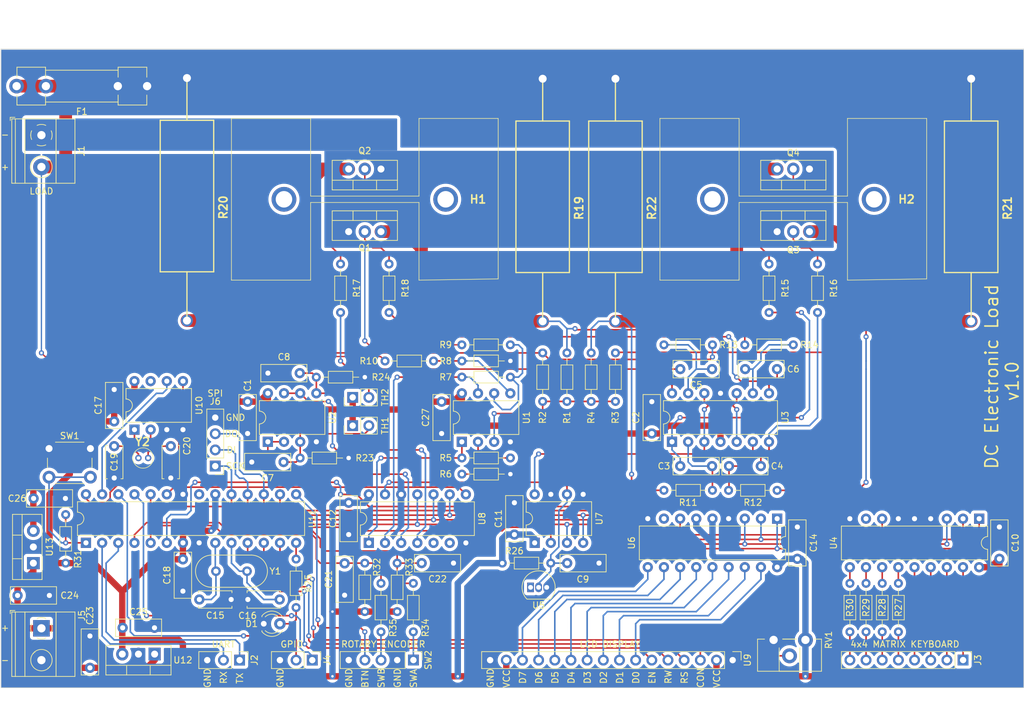
<source format=kicad_pcb>
(kicad_pcb (version 20221018) (generator pcbnew)
  (layers (0 "F.Cu" signal) (31 "B.Cu" signal) (34 "B.Paste" user) (35 "F.Paste" user) (36 "B.SilkS" user "B.Silkscreen") (37 "F.SilkS" user "F.Silkscreen") (38 "B.Mask" user) (39 "F.Mask" user) (44 "Edge.Cuts" user))
  (net 0 "")
  (net 1 "Net-(C3-Pad2)")
  (net 2 "Net-(C4-Pad2)")
  (net 3 "+12V")
  (net 4 "GND")
  (net 5 "+5V")
  (net 6 "/Digital/Vref")
  (net 7 "/Vload-")
  (net 8 "/Digital/RXD")
  (net 9 "/Digital/TXD")
  (net 10 "Net-(Q1-G)")
  (net 11 "/Vi4")
  (net 12 "Net-(Q2-G)")
  (net 13 "/Vi3")
  (net 14 "Net-(Q3-G)")
  (net 15 "/Vi2")
  (net 16 "Net-(Q4-G)")
  (net 17 "/Vi1")
  (net 18 "ADC_ILoad")
  (net 19 "ADC_ULoad")
  (net 20 "DAC_Out")
  (net 21 "/Digital/DAC_CS")
  (net 22 "/Digital/SCLK")
  (net 23 "/Digital/MOSI")
  (net 24 "/Digital/MISO")
  (net 25 "/Digital/RE_A")
  (net 26 "/Digital/RE_B")
  (net 27 "/Digital/LCD_RW")
  (net 28 "/Digital/LCD_RS")
  (net 29 "Net-(D1-A)")
  (net 30 "/Digital/RE_BTN")
  (net 31 "Net-(U3A--)")
  (net 36 "Net-(U3B--)")
  (net 37 "Net-(U3C--)")
  (net 38 "Net-(C5-Pad2)")
  (net 39 "Net-(U3D--)")
  (net 40 "Net-(C6-Pad2)")
  (net 41 "Net-(U11-PB6{slash}XTAL1)")
  (net 42 "Net-(U11-PB7{slash}XTAL2)")
  (net 43 "/Digital/ADC_CS")
  (net 44 "Net-(U10-X1)")
  (net 45 "Net-(U10-X2)")
  (net 46 "Net-(U12-VI)")
  (net 47 "Net-(J3-Pin_1)")
  (net 48 "/Vload+")
  (net 49 "Net-(J3-Pin_2)")
  (net 50 "Net-(J3-Pin_3)")
  (net 51 "Net-(J3-Pin_4)")
  (net 52 "Net-(J3-Pin_5)")
  (net 53 "Net-(J3-Pin_6)")
  (net 54 "NTC1_OUT")
  (net 55 "Net-(J3-Pin_7)")
  (net 56 "NTC2_OUT")
  (net 57 "Net-(J3-Pin_8)")
  (net 58 "Net-(J4-Pin_1)")
  (net 59 "Net-(J4-Pin_2)")
  (net 60 "Net-(U1-+IN_A)")
  (net 61 "Net-(U1--IN_A)")
  (net 62 "Net-(U1--IN_B)")
  (net 63 "/Digital/LCD_CS")
  (net 64 "Net-(U1-+IN_B)")
  (net 65 "Net-(U4-GP3)")
  (net 66 "Net-(U4-GP2)")
  (net 67 "Net-(U4-GP1)")
  (net 68 "Net-(U4-GP0)")
  (net 69 "Net-(U11-PC6{slash}~{RESET})")
  (net 70 "Net-(SW2-A)")
  (net 71 "Net-(SW2-B)")
  (net 72 "Net-(U9-VO)")
  (net 75 "Net-(U6-GP0)")
  (net 76 "/Digital/KEY_CS")
  (net 77 "Net-(U6-GP1)")
  (net 78 "Net-(U6-GP2)")
  (net 79 "Net-(U6-GP3)")
  (net 80 "Net-(U6-GP4)")
  (net 81 "Net-(U6-GP5)")
  (net 82 "Net-(U6-GP6)")
  (net 83 "Net-(U6-GP7)")
  (net 86 "Net-(U2A-+)")
  (net 87 "Net-(U2B-+)")
  (net 88 "/Digital/LED_PWR")
  (net 89 "/Digital/LCD_EN")
  (net 90 "/Digital/SDA")
  (net 91 "/Digital/SCL")
  (net 92 "/Digital/FLOAT")
  (footprint "Button_Switch_THT:SW_PUSH_6mm" (layer "F.Cu") (at 72.315 93.762)
    (fp_text reference "SW1")
    (fp_text value "SW_Push")
  )
  (footprint "Capacitor_THT:C_Rect_L7.0mm_W2.5mm_P5.00mm" (layer "F.Cu") (at 67.37 116.84)
    (fp_text reference "C24")
    (fp_text value "330n")
  )
  (footprint "Capacitor_THT:C_Rect_L7.0mm_W2.5mm_P5.00mm" (layer "F.Cu") (at 181.67 81.28)
    (fp_text reference "C6")
    (fp_text value "10n")
  )
  (footprint "Connector_PinHeader_2.54mm:PinHeader_1x03_P2.54mm_Vertical" (layer "F.Cu") (at 102.25 127 -90)
    (fp_text reference "J2")
    (fp_text value "Conn_01x03")
  )
  (footprint "Package_DIP:DIP-28_W7.62mm" (layer "F.Cu") (at 78.115 108.575 90)
    (fp_text reference "U11")
    (fp_text value "ATmega328")
  )
  (footprint "Package_TO_SOT_THT:TO-220-3_Vertical" (layer "F.Cu") (at 88.9 126.055 180)
    (fp_text reference "U12")
    (fp_text value "LM7805_TO220")
  )
  (footprint "Fuse:Fuseholder_Clip-5x20mm_Littelfuse_100_Inline_P20.50x4.60mm_D1.30mm_Horizontal" (layer "F.Cu") (at 87.72 36.83 180)
    (fp_text reference "F1")
    (fp_text value "11A")
  )
  (footprint "Crystal:Crystal_HC49-U_Vertical" (layer "F.Cu") (at 103.415 113.03 180)
    (fp_text reference "Y1")
    (fp_text value "20MHz")
  )
  (footprint "Connector_PinHeader_2.54mm:PinHeader_1x16_P2.54mm_Vertical" (layer "F.Cu") (at 179.705 127 -90)
    (fp_text reference "U9")
    (fp_text value "NHD-0420H1Z")
  )
  (footprint "Resistor_THT:R_Axial_DIN0204_L3.6mm_D1.6mm_P7.62mm_Horizontal" (layer "F.Cu") (at 200.66 114.935 -90)
    (fp_text reference "R29")
    (fp_text value "1k")
  )
  (footprint "SamacSys_Parts:RESAD5740W107L2380D840" (layer "F.Cu") (at 149.86 25.5125 -90)
    (fp_text reference "R19")
    (fp_text value "15FR100E" hide)
  )
  (footprint "Resistor_THT:R_Axial_DIN0204_L3.6mm_D1.6mm_P7.62mm_Horizontal" (layer "F.Cu") (at 153.67 86.36 90)
    (fp_text reference "R1")
    (fp_text value "10k")
  )
  (footprint "Capacitor_THT:C_Rect_L7.0mm_W2.5mm_P5.00mm" (layer "F.Cu") (at 179.13 96.52)
    (fp_text reference "C4")
    (fp_text value "10n")
  )
  (footprint "Capacitor_THT:C_Disc_D5.0mm_W2.5mm_P5.00mm" (layer "F.Cu") (at 100.925 117.475 180)
    (fp_text reference "C15")
    (fp_text value "18p")
  )
  (footprint "Resistor_THT:R_Axial_DIN0204_L3.6mm_D1.6mm_P7.62mm_Horizontal" (layer "F.Cu") (at 129.54 122.555 90)
    (fp_text reference "R34")
    (fp_text value "10k")
  )
  (footprint "Resistor_THT:R_Axial_DIN0204_L3.6mm_D1.6mm_P7.62mm_Horizontal" (layer "F.Cu") (at 205.74 114.935 -90)
    (fp_text reference "R27")
    (fp_text value "1k")
  )
  (footprint "Capacitor_THT:C_Rect_L7.0mm_W2.5mm_P5.00mm" (layer "F.Cu") (at 103.505 86.4 -90)
    (fp_text reference "C1")
    (fp_text value "100n")
  )
  (footprint "Resistor_THT:R_Axial_DIN0204_L3.6mm_D1.6mm_P7.62mm_Horizontal" (layer "F.Cu") (at 137.17 82.54)
    (fp_text reference "R7")
    (fp_text value "10k")
  )
  (footprint "Resistor_THT:R_Axial_DIN0204_L3.6mm_D1.6mm_P7.62mm_Horizontal" (layer "F.Cu") (at 124.46 122.555 90)
    (fp_text reference "R35")
    (fp_text value "10k")
  )
  (footprint "Resistor_THT:R_Axial_DIN0204_L3.6mm_D1.6mm_P7.62mm_Horizontal" (layer "F.Cu") (at 111.76 95.25)
    (fp_text reference "R23")
    (fp_text value "100k")
  )
  (footprint "Capacitor_THT:C_Rect_L7.0mm_W2.5mm_P5.00mm" (layer "F.Cu") (at 221.605 106.085 -90)
    (fp_text reference "C10")
    (fp_text value "100n")
  )
  (footprint "Capacitor_THT:C_Rect_L7.0mm_W2.5mm_P5.00mm" (layer "F.Cu") (at 167.005 91.4 90)
    (fp_text reference "C2")
    (fp_text value "100n")
  )
  (footprint "Package_DIP:DIP-18_W7.62mm" (layer "F.Cu") (at 186.69 104.775 -90)
    (fp_text reference "U6")
    (fp_text value "MCP23S08-E_P")
  )
  (footprint "Resistor_THT:R_Axial_DIN0204_L3.6mm_D1.6mm_P7.62mm_Horizontal" (layer "F.Cu") (at 149.86 86.36 90)
    (fp_text reference "R2")
    (fp_text value "10k")
  )
  (footprint "Connector_PinHeader_2.54mm:PinHeader_1x04_P2.54mm_Vertical" (layer "F.Cu") (at 98.425 96.52 180)
    (fp_text reference "J6")
    (fp_text value "Conn_01x04")
  )
  (footprint "Connector_PinHeader_2.54mm:PinHeader_1x08_P2.54mm_Vertical" (layer "F.Cu") (at 215.9 126.99 -90)
    (fp_text reference "J3")
    (fp_text value "Conn_01x08_Pin")
  )
  (footprint "Resistor_THT:R_Axial_DIN0204_L3.6mm_D1.6mm_P7.62mm_Horizontal" (layer "F.Cu") (at 161.29 86.36 90)
    (fp_text reference "R3")
    (fp_text value "10k")
  )
  (footprint "Resistor_THT:R_Axial_DIN0204_L3.6mm_D1.6mm_P7.62mm_Horizontal" (layer "F.Cu") (at 144.79 97.78 180)
    (fp_text reference "R6")
    (fp_text value "10k")
  )
  (footprint "Capacitor_THT:C_Rect_L7.0mm_W2.5mm_P5.00mm" (layer "F.Cu") (at 78.74 128.21 90)
    (fp_text reference "C23")
    (fp_text value "330n")
  )
  (footprint "Resistor_THT:R_Axial_DIN0204_L3.6mm_D1.6mm_P7.62mm_Horizontal" (layer "F.Cu") (at 193.04 72.39 90)
    (fp_text reference "R16")
    (fp_text value "100")
  )
  (footprint "Capacitor_THT:C_Rect_L7.0mm_W2.5mm_P5.00mm" (layer "F.Cu") (at 119.385 107.275 90)
    (fp_text reference "C12")
    (fp_text value "100n")
  )
  (footprint "Resistor_THT:R_Axial_DIN0204_L3.6mm_D1.6mm_P7.62mm_Horizontal" (layer "F.Cu") (at 144.78 77.47 180)
    (fp_text reference "R9")
    (fp_text value "140k")
  )
  (footprint "Resistor_THT:R_Axial_DIN0204_L3.6mm_D1.6mm_P7.62mm_Horizontal" (layer "F.Cu") (at 127 119.38 90)
    (fp_text reference "R33")
    (fp_text value "10k")
  )
  (footprint "Capacitor_THT:C_Rect_L7.0mm_W2.5mm_P5.00mm" (layer "F.Cu") (at 82.55 89.495 90)
    (fp_text reference "C17")
    (fp_text value "100n")
  )
  (footprint "Package_TO_SOT_THT:TO-220-3_Vertical" (layer "F.Cu") (at 124.46 49.855 180)
    (fp_text reference "Q2")
    (fp_text value "IXTP100N04T2")
  )
  (footprint "TerminalBlock_Phoenix:TerminalBlock_Phoenix_MKDS-1,5-2_1x02_P5.00mm_Horizontal" (layer "F.Cu") (at 71.12 44.53 -90)
    (fp_text reference "J1")
    (fp_text value "Conn_01x02")
  )
  (footprint "Resistor_THT:R_Axial_DIN0204_L3.6mm_D1.6mm_P7.62mm_Horizontal" (layer "F.Cu") (at 198.12 114.935 -90)
    (fp_text reference "R30")
    (fp_text value "1k")
  )
  (footprint "Resistor_THT:R_Axial_DIN0204_L3.6mm_D1.6mm_P7.62mm_Horizontal" (layer "F.Cu") (at 74.93 104.14 -90)
    (fp_text reference "R31")
    (fp_text value "10k")
  )
  (footprint "SamacSys_Parts:AB38T32768KHZ" (layer "F.Cu") (at 87.63 95.25 -90)
    (fp_text reference "Y2")
    (fp_text value "AB38T-32.768KHZ" hide)
  )
  (footprint "Potentiometer_THT:Potentiometer_ACP_CA9-H2,5_Horizontal" (layer "F.Cu") (at 191.135 123.825 -90)
    (fp_text reference "RV1")
    (fp_text value "TRIM")
  )
  (footprint "Capacitor_THT:C_Rect_L7.0mm_W2.5mm_P5.00mm" (layer "F.Cu") (at 158.71 111.76 180)
    (fp_text reference "C9")
    (fp_text value "100n")
  )
  (footprint "Capacitor_THT:C_Rect_L7.0mm_W2.5mm_P5.00mm" (layer "F.Cu") (at 69.89 101.6)
    (fp_text reference "C26")
    (fp_text value "100n")
  )
  (footprint "Resistor_THT:R_Axial_DIN0204_L3.6mm_D1.6mm_P7.62mm_Horizontal" (layer "F.Cu") (at 125.095 80.01)
    (fp_text reference "R10")
    (fp_text value "140k")
  )
  (footprint "Resistor_THT:R_Axial_DIN0204_L3.6mm_D1.6mm_P7.62mm_Horizontal" (layer "F.Cu") (at 118.11 72.39 90)
    (fp_text reference "R17")
    (fp_text value "100")
  )
  (footprint "Capacitor_THT:C_Rect_L7.0mm_W2.5mm_P5.00mm" (layer "F.Cu") (at 176.47 96.52 180)
    (fp_text reference "C3")
    (fp_text value "10n")
  )
  (footprint "Package_TO_SOT_THT:TO-220-3_Vertical" (layer "F.Cu") (at 69.85 111.76 90)
    (fp_text reference "U13")
    (fp_text value "L7812")
  )
  (footprint "Resistor_THT:R_Axial_DIN0204_L3.6mm_D1.6mm_P7.62mm_Horizontal" (layer "F.Cu") (at 137.17 80)
    (fp_text reference "R8")
    (fp_text value "10k")
  )
  (footprint "Package_DIP:DIP-14_W7.62mm" (layer "F.Cu") (at 122.555 108.585 90)
    (fp_text reference "U8")
    (fp_text value "MCP3204")
  )
  (footprint "Connector_PinHeader_2.54mm:PinHeader_1x02_P2.54mm_Vertical" (layer "F.Cu") (at 120.015 85.725 90)
    (fp_text reference "TH2")
    (fp_text value "Thermistor_NTC")
  )
  (footprint "Capacitor_THT:C_Rect_L7.0mm_W2.5mm_P5.00mm" (layer "F.Cu") (at 118.745 116.8 90)
    (fp_text reference "C21")
    (fp_text value "10n")
  )
  (footprint "Resistor_THT:R_Axial_DIN0204_L3.6mm_D1.6mm_P7.62mm_Horizontal" (layer "F.Cu") (at 144.79 95.24 180)
    (fp_text reference "R5")
    (fp_text value "70k")
  )
  (footprint "Resistor_THT:R_Axial_DIN0204_L3.6mm_D1.6mm_P7.62mm_Horizontal" (layer "F.Cu") (at 185.42 72.39 90)
    (fp_text reference "R15")
    (fp_text value "100")
  )
  (footprint "Resistor_THT:R_Axial_DIN0204_L3.6mm_D1.6mm_P7.62mm_Horizontal" (layer "F.Cu") (at 181.61 77.47)
    (fp_text reference "R14")
    (fp_text value "10k")
  )
  (footprint "SamacSys_Parts:RESAD5740W107L2380D840" (layer "F.Cu") (at 217.17 25.5125 -90)
    (fp_text reference "R21")
    (fp_text value "15FR100E" hide)
  )
  (footprint "Capacitor_THT:C_Rect_L7.0mm_W2.5mm_P5.00mm" (layer "F.Cu") (at 93.345 116.165 90)
    (fp_text reference "C18")
    (fp_text value "100n")
  )
  (footprint "Package_DIP:DIP-14_W7.62mm" (layer "F.Cu") (at 170.175 92.7 90)
    (fp_text reference "U3")
    (fp_text value "LM324")
  )
  (footprint "Resistor_THT:R_Axial_DIN0204_L3.6mm_D1.6mm_P7.62mm_Horizontal" (layer "F.Cu") (at 168.905 100.32)
    (fp_text reference "R11")
    (fp_text value "10k")
  )
  (footprint "SamacSys_Parts:533422B02552G" (layer "F.Cu") (at 109.22 54.61)
    (fp_text reference "H1")
    (fp_text value "533422B02552G" hide)
  )
  (footprint "Package_TO_SOT_THT:TO-220-3_Vertical" (layer "F.Cu") (at 191.77 49.855 180)
    (fp_text reference "Q4")
    (fp_text value "IXTP100N04T2")
  )
  (footprint "Package_DIP:DIP-8_W7.62mm" (layer "F.Cu") (at 137.16 92.71 90)
    (fp_text reference "U1")
    (fp_text value "LT1013DN8PBF")
  )
  (footprint "SamacSys_Parts:RESAD5740W107L2380D840" (layer "F.Cu") (at 93.98 25.4 -90)
    (fp_text reference "R20")
    (fp_text value "15FR100E" hide)
  )
  (footprint "Connector_PinHeader_2.54mm:PinHeader_1x05_P2.54mm_Vertical" (layer "F.Cu") (at 129.55 126.99 -90)
    (fp_text reference "SW2")
    (fp_text value "PEC12R-3220F-S0024")
  )
  (footprint "SamacSys_Parts:RESAD5740W107L2380D840" (layer "F.Cu") (at 161.29 25.5125 -90)
    (fp_text reference "R22")
    (fp_text value "15FR100E" hide)
  )
  (footprint "Package_DIP:DIP-8_W7.62mm" (layer "F.Cu") (at 148.6 108.575 90)
    (fp_text reference "U7")
    (fp_text value "MCP4921")
  )
  (footprint "Package_DIP:DIP-8_W7.62mm" (layer "F.Cu") (at 106.69 92.7 90)
    (fp_text reference "U2")
    (fp_text value "LM358")
  )
  (footprint "Capacitor_THT:C_Rect_L7.0mm_W2.5mm_P5.00mm" (layer "F.Cu") (at 189.865 111.085 90)
    (fp_text reference "C14")
    (fp_text value "100n")
  )
  (footprint "Capacitor_THT:C_Rect_L7.0mm_W2.5mm_P5.00mm" (layer "F.Cu") (at 83.88 121.92)
    (fp_text reference "C25")
    (fp_text value "100n")
  )
  (footprint "Package_TO_SOT_THT:TO-92_Inline" (layer "F.Cu") (at 147.955 115.57)
    (fp_text reference "U5")
    (fp_text value "LM4040LP-2.0")
  )
  (footprint "Capacitor_THT:C_Rect_L7.0mm_W2.5mm_P5.00mm" (layer "F.Cu") (at 109.16 95.885 180)
    (fp_text reference "C7")
    (fp_text value "100n")
  )
  (footprint "LED_THT:LED_D3.0mm" (layer "F.Cu") (at 106.045 121.285)
    (fp_text reference "D1")
    (fp_text value "LED")
  )
  (footprint "Resistor_THT:R_Axial_DIN0204_L3.6mm_D1.6mm_P7.62mm_Horizontal" (layer "F.Cu") (at 111.125 111.125 -90)
    (fp_text reference "R25")
    (fp_text value "470")
  )
  (footprint "Capacitor_THT:C_Disc_D5.0mm_W2.5mm_P5.00mm" (layer "F.Cu") (at 91.44 93.385 -90)
    (fp_text reference "C20")
    (fp_text value "12p")
  )
  (footprint "Resistor_THT:R_Axial_DIN0204_L3.6mm_D1.6mm_P7.62mm_Horizontal" (layer "F.Cu") (at 114.3 82.55)
    (fp_text reference "R24")
    (fp_text value "100k")
  )
  (footprint "Connector_PinHeader_2.54mm:PinHeader_1x03_P2.54mm_Vertical" (layer "F.Cu") (at 113.665 127 -90)
    (fp_text reference "J4")
    (fp_text value "Conn_01x03")
  )
  (footprint "Resistor_THT:R_Axial_DIN0204_L3.6mm_D1.6mm_P7.62mm_Horizontal" (layer "F.Cu") (at 203.2 114.935 -90)
    (fp_text reference "R28")
    (fp_text value "1k")
  )
  (footprint "Capacitor_THT:C_Rect_L7.0mm_W2.5mm_P5.00mm" (layer "F.Cu") (at 111.7 81.915 180)
    (fp_text reference "C8")
    (fp_text value "100n")
  )
  (footprint "Capacitor_THT:C_Rect_L7.0mm_W2.5mm_P5.00mm" (layer "F.Cu") (at 133.985 91.4 90)
    (fp_text reference "C27")
    (fp_text value "100n")
  )
  (footprint "Resistor_THT:R_Axial_DIN0204_L3.6mm_D1.6mm_P7.62mm_Horizontal" (layer "F.Cu") (at 125.73 72.39 90)
    (fp_text reference "R18")
    (fp_text value "100")
  )
  (footprint "Package_DIP:DIP-8_W7.62mm" (layer "F.Cu") (at 85.735 90.795 90)
    (fp_text reference "U10")
    (fp_text value "MCP7940N-xP")
  )
  (footprint "Capacitor_THT:C_Rect_L7.0mm_W2.5mm_P5.00mm" (layer "F.Cu") (at 176.47 81.28 180)
    (fp_text reference "C5")
    (fp_text value "10n")
  )
  (footprint "Resistor_THT:R_Axial_DIN0204_L3.6mm_D1.6mm_P7.62mm_Horizontal" (layer "F.Cu") (at 176.53 77.47 180)
    (fp_text reference "R13")
    (fp_text value "10k")
  )
  (footprint "SamacSys_Parts:533422B02552G" (layer "F.Cu") (at 176.53 54.61)
    (fp_text reference "H2")
    (fp_text value "533422B02552G" hide)
  )
  (footprint "Capacitor_THT:C_Disc_D5.0mm_W2.5mm_P5.00mm" (layer "F.Cu") (at 103.545 117.475)
    (fp_text reference "C16")
    (fp_text value "18p")
  )
  (footprint "Package_DIP:DIP-18_W7.62mm" (layer "F.Cu") (at 218.43 104.785 -90)
    (fp_text reference "U4")
    (fp_text value "MCP23S08-E_P")
  )
  (footprint "Capacitor_THT:C_Rect_L7.0mm_W2.5mm_P5.00mm" (layer "F.Cu") (at 135.85 111.76 180)
    (fp_text reference "C22")
    (fp_text value "10n")
  )
  (footprint "Resistor_THT:R_Axial_DIN0204_L3.6mm_D1.6mm_P7.62mm_Horizontal" (layer "F.Cu") (at 186.685 100.33 180)
    (fp_text reference "R12")
    (fp_text value "10k")
  )
  (footprint "Capacitor_THT:C_Disc_D5.0mm_W2.5mm_P5.00mm" (layer "F.Cu") (at 82.55 93.385 -90)
    (fp_text reference "C19")
    (fp_text value "12p")
  )
  (footprint "Resistor_THT:R_Axial_DIN0204_L3.6mm_D1.6mm_P7.62mm_Horizontal" (layer "F.Cu") (at 121.92 119.38 90)
    (fp_text reference "R32")
    (fp_text value "10k")
  )
  (footprint "Capacitor_THT:C_Rect_L7.0mm_W2.5mm_P5.00mm" (layer "F.Cu") (at 145.415 107.275 90)
    (fp_text reference "C11")
    (fp_text value "100n")
  )
  (footprint "TerminalBlock_Phoenix:TerminalBlock_Phoenix_MKDS-1,5-2_1x02_P5.00mm_Horizontal" (layer "F.Cu") (at 71.12 122 -90)
    (fp_text reference "J5")
    (fp_text value "Barrel_Jack")
  )
  (footprint "Package_TO_SOT_THT:TO-220-3_Vertical" (layer "F.Cu") (at 186.69 59.69)
    (fp_text reference "Q3")
    (fp_text value "IXTP100N04T2")
  )
  (footprint "Resistor_THT:R_Axial_DIN0204_L3.6mm_D1.6mm_P7.62mm_Horizontal" (layer "F.Cu") (at 157.48 86.36 90)
    (fp_text reference "R4")
    (fp_text value "10k")
  )
  (footprint "Connector_PinHeader_2.54mm:PinHeader_1x02_P2.54mm_Vertical" (layer "F.Cu") (at 120.01 90.17 90)
    (fp_text reference "TH1")
    (fp_text value "Thermistor_NTC")
  )
  (footprint "Package_TO_SOT_THT:TO-220-3_Vertical" (layer "F.Cu") (at 119.38 59.69)
    (fp_text reference "Q1")
    (fp_text value "IXTP100N04T2")
  )
  (footprint "Resistor_THT:R_Axial_DIN0204_L3.6mm_D1.6mm_P7.62mm_Horizontal" (layer "F.Cu") (at 143.51 111.76)
    (fp_text reference "R26")
    (fp_text value "1k")
  )
  (gr_rect (start 64.77 31.0025) (end 225.425 131.3325) (stroke (width 0.1)) (fill none) (layer "Edge.Cuts"))
  (gr_text "D2" (at 160.02 130.81 90) (layer "F.SilkS") (effects (font (size 1 1)) (justify left bottom)))
  (gr_text "D1" (at 162.56 130.81 90) (layer "F.SilkS") (effects (font (size 1 1)) (justify left bottom)))
  (gr_text "RS" (at 172.72 130.81 90) (layer "F.SilkS") (effects (font (size 1 1)) (justify left bottom)))
  (gr_text "CON" (at 175.26 131.445 90) (layer "F.SilkS") (effects (font (size 1 1)) (justify left bottom)))
  (gr_text "SWA" (at 130.175 131.445 90) (layer "F.SilkS") (effects (font (size 1 1)) (justify left bottom)))
  (gr_text "RW\n" (at 170.18 130.81 90) (layer "F.SilkS") (effects (font (size 1 1)) (justify left bottom)))
  (gr_text "VCC" (at 144.78 131.445 90) (layer "F.SilkS") (effects (font (size 1 1)) (justify left bottom)))
  (gr_text "GND" (at 97.79 131.445 90) (layer "F.SilkS") (effects (font (size 1 1)) (justify left bottom)))
  (gr_text "ROTARY ENCODER" (at 118.12 125.085) (layer "F.SilkS") (effects (font (size 1 1)) (justify left bottom)))
  (gr_text "TX" (at 102.87 130.81 90) (layer "F.SilkS") (effects (font (size 1 1)) (justify left bottom)))
  (gr_text "GND" (at 142.24 131.445 90) (layer "F.SilkS") (effects (font (size 1 1)) (justify left bottom)))
  (gr_text "+" (at 65.405 49.53) (layer "F.SilkS") (effects (font (size 1 1))))
  (gr_text "SWB" (at 125.095 131.445 90) (layer "F.SilkS") (effects (font (size 1 1)) (justify left bottom)))
  (gr_text "D0\n" (at 165.1 130.81 90) (layer "F.SilkS") (effects (font (size 1 1)) (justify left bottom)))
  (gr_text "D3" (at 157.48 130.81 90) (layer "F.SilkS") (effects (font (size 1 1)) (justify left bottom)))
  (gr_text "SPI" (at 98.425 85.09) (layer "F.SilkS") (effects (font (size 1 1))))
  (gr_text "D7" (at 147.32 130.81 90) (layer "F.SilkS") (effects (font (size 1 1)) (justify left bottom)))
  (gr_text "LCD DISPLAY" (at 155.575 125.095) (layer "F.SilkS") (effects (font (size 1 1)) (justify left bottom)))
  (gr_text "VCC\n" (at 177.8 131.445 90) (layer "F.SilkS") (effects (font (size 1 1)) (justify left bottom)))
  (gr_text "-" (at 65.405 44.45) (layer "F.SilkS") (effects (font (size 1 1))))
  (gr_text "GND" (at 127.635 131.445 90) (layer "F.SilkS") (effects (font (size 1 1)) (justify left bottom)))
  (gr_text "DI" (at 100.965 93.98) (layer "F.SilkS") (effects (font (size 1 1))))
  (gr_text "LOAD" (at 71.12 53.34) (layer "F.SilkS") (effects (font (size 1 1))))
  (gr_text "RX" (at 100.33 130.81 90) (layer "F.SilkS") (effects (font (size 1 1)) (justify left bottom)))
  (gr_text "GND" (at 109.22 131.445 90) (layer "F.SilkS") (effects (font (size 1 1)) (justify left bottom)))
  (gr_text "+" (at 65.405 121.92) (layer "F.SilkS") (effects (font (size 1 1))))
  (gr_text "-" (at 65.405 127) (layer "F.SilkS") (effects (font (size 1 1))))
  (gr_text "D4" (at 154.94 130.81 90) (layer "F.SilkS") (effects (font (size 1 1)) (justify left bottom)))
  (gr_text "GND" (at 101.6 88.9) (layer "F.SilkS") (effects (font (size 1 1))))
  (gr_text "UART" (at 97.79 125.095) (layer "F.SilkS") (effects (font (size 1 1)) (justify left bottom)))
  (gr_text "BTN" (at 122.555 131.445 90) (layer "F.SilkS") (effects (font (size 1 1)) (justify left bottom)))
  (gr_text "EN\n" (at 167.64 130.81 90) (layer "F.SilkS") (effects (font (size 1 1)) (justify left bottom)))
  (gr_text "SCK" (at 101.6 96.52) (layer "F.SilkS") (effects (font (size 1 1))))
  (gr_text "DO" (at 100.965 91.44) (layer "F.SilkS") (effects (font (size 1 1))))
  (gr_text "4x4 MATRIX KEYBOARD" (at 198.12 125.085) (layer "F.SilkS") (effects (font (size 1 1)) (justify left bottom)))
  (gr_text "D5" (at 152.4 130.81 90) (layer "F.SilkS") (effects (font (size 1 1)) (justify left bottom)))
  (gr_text "GND" (at 120.015 131.445 90) (layer "F.SilkS") (effects (font (size 1 1)) (justify left bottom)))
  (gr_text "D6" (at 149.86 130.81 90) (layer "F.SilkS") (effects (font (size 1 1)) (justify left bottom)))
  (gr_text "GPIO" (at 108.585 125.095) (layer "F.SilkS") (effects (font (size 1 1)) (justify left bottom)))
  (gr_text "DC Electronic Load\n       v1.0" (at 224.79 97.155 90) (layer "F.SilkS") (effects (font (size 2 2) (thickness 0.25)) (justify left bottom)))
  (segment (start 189.23 88.9) (end 190.5 88.9) (width 0.25) (layer "F.Cu") (net 1))
  (segment (start 171.45 88.9) (end 189.23 88.9) (width 0.25) (layer "F.Cu") (net 1))
  (segment (start 190.5 72.39) (end 185.42 72.39) (width 0.25) (layer "F.Cu") (net 1))
  (via (at 190.5 72.39) (size 0.8) (drill 0.4) (layers "F.Cu" "B.Cu") (net 1))
  (via (at 190.5 88.9) (size 0.8) (drill 0.4) (layers "F.Cu" "B.Cu") (net 1))
  (via (at 171.45 88.9) (size 0.8) (drill 0.4) (layers "F.Cu" "B.Cu") (net 1))
  (segment (start 170.175 92.7) (end 170.175 93.975) (width 0.25) (layer "B.Cu") (net 1))
  (segment (start 190.5 88.9) (end 191.77 87.63) (width 0.25) (layer "B.Cu") (net 1))
  (segment (start 191.77 87.63) (end 191.77 73.66) (width 0.25) (layer "B.Cu") (net 1))
  (segment (start 170.175 92.7) (end 170.175 90.175) (width 0.25) (layer "B.Cu") (net 1))
  (segment (start 171.47 95.27) (end 171.47 96.52) (width 0.25) (layer "B.Cu") (net 1))
  (segment (start 170.175 90.175) (end 171.45 88.9) (width 0.25) (layer "B.Cu") (net 1))
  (segment (start 170.175 93.975) (end 171.47 95.27) (width 0.25) (layer "B.Cu") (net 1))
  (segment (start 191.77 73.66) (end 190.5 72.39) (width 0.25) (layer "B.Cu") (net 1))
  (segment (start 185.415 92.7) (end 185.415 93.975) (width 0.25) (layer "F.Cu") (net 2))
  (segment (start 184.13 95.27) (end 184.13 96.52) (width 0.25) (layer "F.Cu") (net 2))
  (segment (start 185.42 93.98) (end 184.13 95.27) (width 0.25) (layer "F.Cu") (net 2))
  (segment (start 185.415 93.975) (end 185.42 93.98) (width 0.25) (layer "F.Cu") (net 2))
  (segment (start 191.77 90.17) (end 193.04 88.9) (width 0.25) (layer "B.Cu") (net 2))
  (segment (start 191.77 90.17) (end 186.69 90.17) (width 0.25) (layer "B.Cu") (net 2))
  (segment (start 186.69 90.17) (end 185.415 91.445) (width 0.25) (layer "B.Cu") (net 2))
  (segment (start 193.04 88.9) (end 193.04 72.39) (width 0.25) (layer "B.Cu") (net 2))
  (segment (start 185.415 91.445) (end 185.415 92.7) (width 0.25) (layer "B.Cu") (net 2))
  (segment (start 106.69 86.35) (end 106.68 86.36) (width 1) (layer "F.Cu") (net 3))
  (segment (start 69.85 81.915) (end 71.655 80.11) (width 1) (layer "F.Cu") (net 3))
  (segment (start 146.05 90.17) (end 147.28 91.4) (width 1) (layer "F.Cu") (net 3))
  (segment (start 101.6 85.725) (end 102.275 86.4) (width 1) (layer "F.Cu") (net 3))
  (segment (start 169.545 90.17) (end 176.53 90.17) (width 1) (layer "F.Cu") (net 3))
  (segment (start 105.37 86.4) (end 106.69 85.08) (width 1) (layer "F.Cu") (net 3))
  (segment (start 130.81 86.36) (end 130.85 86.4) (width 1) (layer "F.Cu") (net 3))
  (segment (start 167.005 91.4) (end 168.315 91.4) (width 1) (layer "F.Cu") (net 3))
  (segment (start 107.95 87.63) (end 120.015 87.63) (width 1) (layer "F.Cu") (net 3))
  (segment (start 147.28 91.4) (end 167.005 91.4) (width 1) (layer "F.Cu") (net 3))
  (segment (start 101.6 81.915) (end 101.6 85.725) (width 1) (layer "F.Cu") (net 3))
  (segment (start 120.015 87.63) (end 120.01 87.635) (width 1) (layer "F.Cu") (net 3))
  (segment (start 137.17 88.89) (end 137.16 88.9) (width 1) (layer "F.Cu") (net 3))
  (segment (start 120.01 87.635) (end 120.01 90.17) (width 1) (layer "F.Cu") (net 3))
  (segment (start 102.275 86.4) (end 103.505 86.4) (width 1) (layer "F.Cu") (net 3))
  (segment (start 177.795 91.445) (end 177.795 92.7) (width 1) (layer "F.Cu") (net 3))
  (segment (start 106.69 85.08) (end 106.69 86.35) (width 1) (layer "F.Cu") (net 3))
  (segment (start 120.015 87.63) (end 120.015 85.725) (width 1) (layer "F.Cu") (net 3))
  (segment (start 130.85 86.4) (end 133.985 86.4) (width 1) (layer "F.Cu") (net 3))
  (segment (start 138.43 90.17) (end 146.05 90.17) (width 1) (layer "F.Cu") (net 3))
  (segment (start 133.985 86.4) (end 135.85 86.4) (width 1) (layer "F.Cu") (net 3))
  (segment (start 120.015 87.63) (end 129.54 87.63) (width 1) (layer "F.Cu") (net 3))
  (segment (start 99.795 80.11) (end 101.6 81.915) (width 1) (layer "F.Cu") (net 3))
  (segment (start 71.655 80.11) (end 99.795 80.11) (width 1) (layer "F.Cu") (net 3))
  (segment (start 137.11 85.14) (end 137.17 85.08) (width 1) (layer "F.Cu") (net 3))
  (segment (start 137.17 85.08) (end 137.17 88.89) (width 1) (layer "F.Cu") (net 3))
  (segment (start 168.315 91.4) (end 169.545 90.17) (width 1) (layer "F.Cu") (net 3))
  (segment (start 129.54 87.63) (end 130.81 86.36) (width 1) (layer "F.Cu") (net 3))
  (segment (start 69.85 106.68) (end 69.85 81.915) (width 1) (layer "F.Cu") (net 3))
  (segment (start 135.85 86.4) (end 137.16 85.09) (width 1) (layer "F.Cu") (net 3))
  (segment (start 137.16 88.9) (end 138.43 90.17) (width 1) (layer "F.Cu") (net 3))
  (segment (start 106.68 86.36) (end 107.95 87.63) (width 1) (layer "F.Cu") (net 3))
  (segment (start 177.8 91.44) (end 177.795 91.445) (width 1) (layer "F.Cu") (net 3))
  (segment (start 103.505 86.4) (end 105.37 86.4) (width 1) (layer "F.Cu") (net 3))
  (segment (start 176.53 90.17) (end 177.8 91.44) (width 1) (layer "F.Cu") (net 3))
  (segment (start 72.39 111.125) (end 72.39 100.965) (width 1) (layer "F.Cu") (net 5))
  (segment (start 93.345 128.905) (end 93.98 129.54) (width 1) (layer "F.Cu") (net 5))
  (segment (start 138.43 129.54) (end 144.145 129.54) (width 1) (layer "F.Cu") (net 5))
  (segment (start 177.165 129.54) (end 191.135 129.54) (width 1) (layer "F.Cu") (net 5))
  (segment (start 218.43 112.405) (end 220.285 112.405) (width 1) (layer "F.Cu") (net 5))
  (segment (start 83.82 126.055) (end 83.82 123.825) (width 1) (layer "F.Cu") (net 5))
  (segment (start 83.82 123.825) (end 83.82 116.205) (width 1) (layer "F.Cu") (net 5))
  (segment (start 85.735 84.445) (end 85.735 83.175) (width 1) (layer "F.Cu") (net 5))
  (segment (start 191.135 129.54) (end 220.345 129.54) (width 1) (layer "F.Cu") (net 5))
  (segment (start 82.55 89.495) (end 82.55 87.63) (width 1) (layer "F.Cu") (net 5))
  (segment (start 127 119.38) (end 116.84 119.38) (width 1) (layer "F.Cu") (net 5))
  (segment (start 93.345 108.585) (end 93.355 108.575) (width 1) (layer "F.Cu") (net 5))
  (segment (start 93.345 124.46) (end 93.345 128.905) (width 1) (layer "F.Cu") (net 5))
  (segment (start 75.565 90.805) (end 76.875 89.495) (width 1) (layer "F.Cu") (net 5))
  (segment (start 144.145 129.54) (end 144.145 127) (width 1) (layer "F.Cu") (net 5))
  (segment (start 144.145 129.54) (end 177.165 129.54) (width 1) (layer "F.Cu") (net 5))
  (segment (start 93.355 108.575) (end 93.355 107.305) (width 1) (layer "F.Cu") (net 5))
  (segment (start 74.93 111.76) (end 73.025 111.76) (width 1) (layer "F.Cu") (net 5))
  (segment (start 72.39 100.965) (end 75.565 97.79) (width 1) (layer "F.Cu") (net 5))
  (segment (start 83.82 123.825) (end 92.71 123.825) (width 1) (layer "F.Cu") (net 5))
  (segment (start 220.285 112.405) (end 221.605 111.085) (width 1) (layer "F.Cu") (net 5))
  (segment (start 88.86 111.165) (end 93.345 111.165) (width 1) (layer "F.Cu") (net 5))
  (segment (start 220.345 129.54) (end 221.605 128.28) (width 1) (layer "F.Cu") (net 5))
  (segment (start 116.84 129.54) (end 138.43 129.54) (width 1) (layer "F.Cu") (net 5))
  (segment (start 83.82 116.205) (end 79.375 111.76) (width 1) (layer "F.Cu") (net 5))
  (segment (start 93.98 106.68) (end 97.79 106.68) (width 1) (layer "F.Cu") (net 5))
  (segment (start 177.165 129.54) (end 177.165 127) (width 1) (layer "F.Cu") (net 5))
  (segment (start 92.71 123.825) (end 93.345 124.46) (width 1) (layer "F.Cu") (net 5))
  (segment (start 75.565 97.79) (end 75.565 90.805) (width 1) (layer "F.Cu") (net 5))
  (segment (start 79.375 111.76) (end 74.93 111.76) (width 1) (layer "F.Cu") (net 5))
  (segment (start 76.875 89.495) (end 82.55 89.495) (width 1) (layer "F.Cu") (net 5))
  (segment (start 221.605 128.28) (end 221.605 111.085) (width 1) (layer "F.Cu") (net 5))
  (segment (start 93.355 107.305) (end 93.98 106.68) (width 1) (layer "F.Cu") (net 5))
  (segment (start 83.82 116.205) (end 88.86 111.165) (width 1) (layer "F.Cu") (net 5))
  (segment (start 82.55 87.63) (end 85.735 84.445) (width 1) (layer "F.Cu") (net 5))
  (segment (start 93.345 111.165) (end 93.345 108.585) (width 1) (layer "F.Cu") (net 5))
  (segment (start 93.98 129.54) (end 116.84 129.54) (width 1) (layer "F.Cu") (net 5))
  (segment (start 73.025 111.76) (end 72.39 111.125) (width 1) (layer "F.Cu") (net 5))
  (via (at 97.79 106.68) (size 0.8) (drill 0.4) (layers "F.Cu" "B.Cu") (net 5))
  (via (at 116.84 129.54) (size 0.8) (drill 0.4) (layers "F.Cu" "B.Cu") (net 5))
  (via (at 116.84 119.38) (size 0.8) (drill 0.4) (layers "F.Cu" "B.Cu") (net 5))
  (via (at 191.135 129.54) (size 0.8) (drill 0.4) (layers "F.Cu" "B.Cu") (net 5))
  (via (at 136.525 129.54) (size 0.8) (drill 0.4) (layers "F.Cu" "B.Cu") (net 5))
  (segment (start 93.345 108.585) (end 93.355 108.575) (width 1) (layer "B.Cu") (net 5))
  (segment (start 176.935 110.895) (end 176.53 110.49) (width 1) (layer "B.Cu") (net 5))
  (segment (start 139.7 111.76) (end 143.51 111.76) (width 1) (layer "B.Cu") (net 5))
  (segment (start 148.6 107.96) (end 148.6 108.575) (width 1) (layer "B.Cu") (net 5))
  (segment (start 143.51 111.76) (end 143.51 107.95) (width 1) (layer "B.Cu") (net 5))
  (segment (start 97.79 106.68) (end 98.435 106.035) (width 1) (layer "B.Cu") (net 5))
  (segment (start 136.525 129.54) (end 136.525 114.935) (width 1) (layer "B.Cu") (net 5))
  (segment (start 176.53 110.49) (end 176.53 108.585) (width 1) (layer "B.Cu") (net 5))
  (segment (start 191.135 111.76) (end 191.135 123.825) (width 1) (layer "B.Cu") (net 5))
  (segment (start 188 111.085) (end 189.865 111.085) (width 1) (layer "B.Cu") (net 5))
  (segment (start 122.555 100.965) (end 122.555 101.6) (width 1) (layer "B.Cu") (net 5))
  (segment (start 98.435 106.035) (end 98.435 100.955) (width 1) (layer "B.Cu") (net 5))
  (segment (start 189.865 111.085) (end 190.46 111.085) (width 1) (layer "B.Cu") (net 5))
  (segment (start 143.51 107.95) (end 144.185 107.275) (width 1) (layer "B.Cu") (net 5))
  (segment (start 191.135 123.825) (end 191.135 129.54) (width 1) (layer "B.Cu") (net 5))
  (segment (start 147.915 107.275) (end 148.6 107.96) (width 1) (layer "B.Cu") (net 5))
  (segment (start 145.415 107.275) (end 147.915 107.275) (width 1) (layer "B.Cu") (net 5))
  (segment (start 176.53 108.585) (end 176.53 104.775) (width 1) (layer "B.Cu") (net 5))
  (segment (start 186.69 112.395) (end 186.69 111.76) (width 1) (layer "B.Cu") (net 5))
  (segment (start 119.385 102.275) (end 117.435 102.275) (width 1) (layer "B.Cu") (net 5))
  (segment (start 186.69 112.395) (end 188 111.085) (width 1) (layer "B.Cu") (net 5))
  (segment (start 144.185 107.275) (end 145.415 107.275) (width 1) (layer "B.Cu") (net 5))
  (segment (start 116.84 119.38) (end 116.84 129.54) (width 1) (layer "B.Cu") (net 5))
  (segment (start 116.84 102.87) (end 116.84 119.38) (width 1) (layer "B.Cu") (net 5))
  (segment (start 173.99 106.045) (end 173.99 104.775) (width 1) (layer "B.Cu") (net 5))
  (segment (start 121.88 102.275) (end 119.385 102.275) (width 1) (layer "B.Cu") (net 5))
  (segment (start 186.69 111.76) (end 185.825 110.895) (width 1) (layer "B.Cu") (net 5))
  (segment (start 117.435 102.275) (end 116.84 102.87) (width 1) (layer "B.Cu") (net 5))
  (segment (start 122.555 101.6) (end 121.88 102.275) (width 1) (layer "B.Cu") (net 5))
  (segment (start 136.525 114.935) (end 139.7 111.76) (width 1) (layer "B.Cu") (net 5))
  (segment (start 176.53 108.585) (end 173.99 106.045) (width 1) (layer "B.Cu") (net 5))
  (segment (start 185.825 110.895) (end 176.935 110.895) (width 1) (layer "B.Cu") (net 5))
  (segment (start 190.46 111.085) (end 191.135 111.76) (width 1) (layer "B.Cu") (net 5))
  (segment (start 125.73 99.06) (end 153.035 99.06) (width 0.25) (layer "F.Cu") (net 6))
  (segment (start 153.68 99.705) (end 153.68 100.955) (width 0.25) (layer "F.Cu") (net 6))
  (segment (start 153.035 99.06) (end 153.68 99.705) (width 0.25) (layer "F.Cu") (net 6))
  (via (at 125.73 99.06) (size 0.8) (drill 0.4) (layers "F.Cu" "B.Cu") (net 6))
  (segment (start 153.68 102.225) (end 153.68 100.955) (width 0.25) (layer "B.Cu") (net 6))
  (segment (start 151.13 110.49) (end 152.4 109.22) (width 0.25) (layer "B.Cu") (net 6))
  (segment (start 125.095 99.695) (end 125.73 99.06) (width 0.25) (layer "B.Cu") (net 6))
  (segment (start 153.71 111.76) (end 151.13 111.76) (width 0.25) (layer "B.Cu") (net 6))
  (segment (start 151.13 113.03) (end 149.225 114.935) (width 0.25) (layer "B.Cu") (net 6))
  (segment (start 151.13 111.76) (end 151.13 113.03) (width 0.25) (layer "B.Cu") (net 6))
  (segment (start 149.225 114.935) (end 149.225 115.93) (width 0.25) (layer "B.Cu") (net 6))
  (segment (start 151.13 111.76) (end 151.13 110.49) (width 0.25) (layer "B.Cu") (net 6))
  (segment (start 152.4 103.505) (end 153.68 102.225) (width 0.25) (layer "B.Cu") (net 6))
  (segment (start 125.095 100.965) (end 125.095 99.695) (width 0.25) (layer "B.Cu") (net 6))
  (segment (start 152.4 109.22) (end 152.4 103.505) (width 0.25) (layer "B.Cu") (net 6))
  (segment (start 137.16 77.47) (end 122.555 77.47) (width 0.2) (layer "F.Cu") (net 7))
  (segment (start 122.555 77.47) (end 121.92 76.835) (width 0.2) (layer "F.Cu") (net 7))
  (via (at 121.92 76.835) (size 0.8) (drill 0.4) (layers "F.Cu" "B.Cu") (net 7))
  (segment (start 121.92 76.835) (end 121.92 61.595) (width 0.2) (layer "B.Cu") (net 7))
  (segment (start 80.655 108.575) (end 80.655 123.2) (width 0.25) (layer "B.Cu") (net 8))
  (segment (start 80.655 123.2) (end 81.915 124.46) (width 0.25) (layer "B.Cu") (net 8))
  (segment (start 99.06 124.46) (end 99.71 125.11) (width 0.25) (layer "B.Cu") (net 8))
  (segment (start 81.915 124.46) (end 99.06 124.46) (width 0.25) (layer "B.Cu") (net 8))
  (segment (start 99.71 125.11) (end 99.71 127) (width 0.25) (layer "B.Cu") (net 8))
  (segment (start 81.28 111.76) (end 81.28 122.555) (width 0.25) (layer "B.Cu") (net 9))
  (segment (start 102.25 124.46) (end 102.25 127) (width 0.25) (layer "B.Cu") (net 9))
  (segment (start 82.55 123.825) (end 101.613604 123.825) (width 0.25) (layer "B.Cu") (net 9))
  (segment (start 83.195 109.845) (end 81.28 111.76) (width 0.25) (layer "B.Cu") (net 9))
  (segment (start 101.613604 123.825) (end 101.614302 123.824302) (width 0.25) (layer "B.Cu") (net 9))
  (segment (start 101.614302 123.824302) (end 102.25 124.46) (width 0.25) (layer "B.Cu") (net 9))
  (segment (start 83.195 108.575) (end 83.195 109.845) (width 0.25) (layer "B.Cu") (net 9))
  (segment (start 81.28 122.555) (end 82.55 123.825) (width 0.25) (layer "B.Cu") (net 9))
  (segment (start 124.46 62.23) (end 123.19 62.23) (width 0.25) (layer "F.Cu") (net 10))
  (segment (start 125.73 64.77) (end 125.73 63.5) (width 0.25) (layer "F.Cu") (net 10))
  (segment (start 125.73 63.5) (end 124.46 62.23) (width 0.25) (layer "F.Cu") (net 10))
  (segment (start 121.92 60.96) (end 121.92 59.69) (width 0.25) (layer "F.Cu") (net 10))
  (segment (start 123.19 62.23) (end 121.92 60.96) (width 0.25) (layer "F.Cu") (net 10))
  (segment (start 163.83 99.06) (end 163.83 97.79) (width 0.25) (layer "F.Cu") (net 11))
  (segment (start 186.69 49.855) (end 182.555 49.855) (width 2) (layer "F.Cu") (net 11))
  (segment (start 168.905 100.32) (end 165.09 100.32) (width 0.25) (layer "F.Cu") (net 11))
  (segment (start 182.555 49.855) (end 180.34 52.07) (width 2) (layer "F.Cu") (net 11))
  (segment (start 165.09 100.32) (end 163.83 99.06) (width 0.25) (layer "F.Cu") (net 11))
  (segment (start 163.83 73.7725) (end 161.29 73.7725) (width 2) (layer "F.Cu") (net 11))
  (segment (start 177.6875 73.7725) (end 163.83 73.7725) (width 2) (layer "F.Cu") (net 11))
  (segment (start 180.34 71.12) (end 177.6875 73.7725) (width 2) (layer "F.Cu") (net 11))
  (segment (start 180.34 52.07) (end 180.34 71.12) (width 2) (layer "F.Cu") (net 11))
  (via (at 163.83 97.79) (size 0.8) (drill 0.4) (layers "F.Cu" "B.Cu") (net 11))
  (segment (start 158.6375 73.7725) (end 157.48 74.93) (width 0.25) (layer "B.Cu") (net 11))
  (segment (start 157.48 74.93) (end 157.48 78.74) (width 0.25) (layer "B.Cu") (net 11))
  (segment (start 161.29 73.7725) (end 158.6375 73.7725) (width 0.25) (layer "B.Cu") (net 11))
  (segment (start 161.29 73.7725) (end 162.6725 73.7725) (width 0.25) (layer "B.Cu") (net 11))
  (segment (start 162.6725 73.7725) (end 163.83 74.93) (width 0.25) (layer "B.Cu") (net 11))
  (segment (start 163.83 97.79) (end 163.83 74.93) (width 0.25) (layer "B.Cu") (net 11))
  (segment (start 118.11 53.34) (end 120.65 53.34) (width 0.25) (layer "F.Cu") (net 12))
  (segment (start 116.84 62.23) (end 116.84 54.61) (width 0.25) (layer "F.Cu") (net 12))
  (segment (start 116.84 54.61) (end 118.11 53.34) (width 0.25) (layer "F.Cu") (net 12))
  (segment (start 118.11 63.5) (end 116.84 62.23) (width 0.25) (layer "F.Cu") (net 12))
  (segment (start 118.11 64.77) (end 118.11 63.5) (width 0.25) (layer "F.Cu") (net 12))
  (segment (start 121.92 52.07) (end 121.92 49.855) (width 0.25) (layer "F.Cu") (net 12))
  (segment (start 120.65 53.34) (end 121.92 52.07) (width 0.25) (layer "F.Cu") (net 12))
  (segment (start 191.77 59.69) (end 195.58 59.69) (width 2) (layer "F.Cu") (net 13))
  (segment (start 199.39 77.47) (end 199.39 75.565) (width 0.25) (layer "F.Cu") (net 13))
  (segment (start 200.7725 73.7725) (end 217.17 73.7725) (width 2) (layer "F.Cu") (net 13))
  (segment (start 161.29 78.74) (end 161.38 78.65) (width 0.25) (layer "F.Cu") (net 13))
  (segment (start 199.39 75.565) (end 200.7725 74.1825) (width 0.25) (layer "F.Cu") (net 13))
  (segment (start 199.39 100.33) (end 200.66 99.06) (width 0.25) (layer "F.Cu") (net 13))
  (segment (start 200.025 73.025) (end 200.7725 73.7725) (width 2) (layer "F.Cu") (net 13))
  (segment (start 186.685 100.33) (end 199.39 100.33) (width 0.25) (layer "F.Cu") (net 13))
  (segment (start 195.58 59.69) (end 198.12 62.23) (width 2) (layer "F.Cu") (net 13))
  (segment (start 200.7725 74.1825) (end 200.7725 73.7725) (width 0.25) (layer "F.Cu") (net 13))
  (segment (start 198.12 71.12) (end 200.025 73.025) (width 2) (layer "F.Cu") (net 13))
  (segment (start 161.38 78.65) (end 198.21 78.65) (width 0.25) (layer "F.Cu") (net 13))
  (segment (start 198.21 78.65) (end 199.39 77.47) (width 0.25) (layer "F.Cu") (net 13))
  (segment (start 200.66 76.2) (end 200.66 73.885) (width 0.25) (layer "F.Cu") (net 13))
  (segment (start 198.12 62.23) (end 198.12 71.12) (width 2) (layer "F.Cu") (net 13))
  (segment (start 200.66 73.885) (end 200.7725 73.7725) (width 0.25) (layer "F.Cu") (net 13))
  (via (at 200.66 99.06) (size 0.8) (drill 0.4) (layers "F.Cu" "B.Cu") (net 13))
  (via (at 200.66 76.2) (size 0.8) (drill 0.4) (layers "F.Cu" "B.Cu") (net 13))
  (segment (start 200.66 81.28) (end 200.66 80.01) (width 0.25) (layer "B.Cu") (net 13))
  (segment (start 200.66 99.06) (end 200.66 81.28) (width 0.25) (layer "B.Cu") (net 13))
  (segment (start 200.66 80.01) (end 200.66 76.2) (width 0.25) (layer "B.Cu") (net 13))
  (segment (start 193.04 63.5) (end 191.77 62.23) (width 0.25) (layer "F.Cu") (net 14))
  (segment (start 193.04 64.77) (end 193.04 63.5) (width 0.25) (layer "F.Cu") (net 14))
  (segment (start 189.23 60.96) (end 189.23 59.69) (width 0.25) (layer "F.Cu") (net 14))
  (segment (start 191.77 62.23) (end 190.5 62.23) (width 0.25) (layer "F.Cu") (net 14))
  (segment (start 190.5 62.23) (end 189.23 60.96) (width 0.25) (layer "F.Cu") (net 14))
  (segment (start 115.245 49.855) (end 113.03 52.07) (width 2) (layer "F.Cu") (net 15))
  (segment (start 149.86 78.74) (end 150.885 79.765) (width 0.25) (layer "F.Cu") (net 15))
  (segment (start 149.86 78.74) (end 115.57 78.74) (width 0.25) (layer "F.Cu") (net 15))
  (segment (start 113.03 52.07) (end 113.03 71.12) (width 2) (layer "F.Cu") (net 15))
  (segment (start 115.57 78.74) (end 110.49 73.66) (width 0.25) (layer "F.Cu") (net 15))
  (segment (start 110.49 73.66) (end 93.98 73.66) (width 2) (layer "F.Cu") (net 15))
  (segment (start 176.53 77.47) (end 176.53 78.105) (width 0.25) (layer "F.Cu") (net 15))
  (segment (start 176.14 79.765) (end 176.53 79.375) (width 0.25) (layer "F.Cu") (net 15))
  (segment (start 119.38 49.855) (end 115.245 49.855) (width 2) (layer "F.Cu") (net 15))
  (segment (start 113.03 71.12) (end 110.49 73.66) (width 2) (layer "F.Cu") (net 15))
  (segment (start 150.885 79.765) (end 176.14 79.765) (width 0.25) (layer "F.Cu") (net 15))
  (via (at 176.53 79.375) (size 0.8) (drill 0.4) (layers "F.Cu" "B.Cu") (net 15))
  (segment (start 176.53 77.47) (end 176.53 79.375) (width 0.25) (layer "B.Cu") (net 15))
  (segment (start 185.42 64.77) (end 185.42 63.5) (width 0.25) (layer "F.Cu") (net 16))
  (segment (start 185.42 53.34) (end 187.96 53.34) (width 0.25) (layer "F.Cu") (net 16))
  (segment (start 184.15 54.61) (end 185.42 53.34) (width 0.25) (layer "F.Cu") (net 16))
  (segment (start 185.42 63.5) (end 184.15 62.23) (width 0.25) (layer "F.Cu") (net 16))
  (segment (start 189.23 52.07) (end 189.23 49.855) (width 0.25) (layer "F.Cu") (net 16))
  (segment (start 184.15 62.23) (end 184.15 54.61) (width 0.25) (layer "F.Cu") (net 16))
  (segment (start 187.96 53.34) (end 189.23 52.07) (width 0.25) (layer "F.Cu") (net 16))
  (segment (start 130.81 71.12) (end 133.4625 73.7725) (width 2) (layer "F.Cu") (net 17))
  (segment (start 130.81 62.23) (end 130.81 71.12) (width 2) (layer "F.Cu") (net 17))
  (segment (start 155.1075 75.0975) (end 154.94 74.93) (width 0.25) (layer "F.Cu") (net 17))
  (segment (start 128.27 59.69) (end 130.81 62.23) (width 2) (layer "F.Cu") (net 17))
  (segment (start 180.5075 75.0975) (end 155.1075 75.0975) (width 0.25) (layer "F.Cu") (net 17))
  (segment (start 124.46 59.69) (end 128.27 59.69) (width 2) (layer "F.Cu") (net 17))
  (segment (start 181.61 76.2) (end 180.5075 75.0975) (width 0.25) (layer "F.Cu") (net 17))
  (segment (start 133.4625 73.7725) (end 149.86 73.7725) (width 2) (layer "F.Cu") (net 17))
  (segment (start 181.61 77.47) (end 181.61 76.2) (width 0.25) (layer "F.Cu") (net 17))
  (via (at 154.94 74.93) (size 0.8) (drill 0.4) (layers "F.Cu" "B.Cu") (net 17))
  (segment (start 153.67 74.93) (end 154.94 74.93) (width 0.25) (layer "B.Cu") (net 17))
  (segment (start 153.67 78.74) (end 153.67 74.93) (width 0.25) (layer "B.Cu") (net 17))
  (segment (start 152.5125 73.7725) (end 149.86 73.7725) (width 0.25) (layer "B.Cu") (net 17))
  (segment (start 153.67 74.93) (end 152.5125 73.7725) (width 0.25) (layer "B.Cu") (net 17))
  (segment (start 124.47 95.24) (end 137.17 95.24) (width 0.25) (layer "F.Cu") (net 18))
  (segment (start 137.17 95.24) (end 137.17 92.7) (width 0.25) (layer "F.Cu") (net 18))
  (segment (start 124.46 95.25) (end 124.47 95.24) (width 0.25) (layer "F.Cu") (net 18))
  (via (at 124.46 95.25) (size 0.8) (drill 0.4) (layers "F.Cu" "B.Cu") (net 18))
  (segment (start 123.825 95.885) (end 124.46 95.25) (width 0.25) (layer "B.Cu") (net 18))
  (segment (start 123.825 106.045) (end 123.825 97.155) (width 0.25) (layer "B.Cu") (net 18))
  (segment (start 123.825 97.155) (end 123.825 95.885) (width 0.25) (layer "B.Cu") (net 18))
  (segment (start 122.555 107.315) (end 123.825 106.045) (width 0.25) (layer "B.Cu") (net 18))
  (segment (start 122.555 108.585) (end 122.555 107.315) (width 0.25) (layer "B.Cu") (net 18))
  (segment (start 127.01 82.54) (end 137.17 82.54) (width 0.25) (layer "F.Cu") (net 19))
  (segment (start 127 82.55) (end 127.01 82.54) (width 0.25) (layer "F.Cu") (net 19))
  (via (at 127 82.55) (size 0.8) (drill 0.4) (layers "F.Cu" "B.Cu") (net 19))
  (segment (start 125.095 107.315) (end 126.455 105.955) (width 0.25) (layer "B.Cu") (net 19))
  (segment (start 139.71 83.83) (end 139.71 85.08) (width 0.25) (layer "B.Cu") (net 19))
  (segment (start 137.17 82.54) (end 138.42 82.54) (width 0.25) (layer "B.Cu") (net 19))
  (segment (start 126.455 83.095) (end 127 82.55) (width 0.25) (layer "B.Cu") (net 19))
  (segment (start 126.455 105.955) (end 126.455 83.095) (width 0.25) (layer "B.Cu") (net 19))
  (segment (start 125.095 108.585) (end 125.095 107.315) (width 0.25) (layer "B.Cu") (net 19))
  (segment (start 138.42 82.54) (end 139.71 83.83) (width 0.25) (layer "B.Cu") (net 19))
  (segment (start 175.895 86.995) (end 175.255 86.355) (width 0.25) (layer "F.Cu") (net 20))
  (segment (start 174.625 94.615) (end 175.26 93.98) (width 0.25) (layer "F.Cu") (net 20))
  (segment (start 149.225 94.615) (end 174.625 94.615) (width 0.25) (layer "F.Cu") (net 20))
  (segment (start 175.255 93.975) (end 175.255 92.7) (width 0.25) (layer "F.Cu") (net 20))
  (segment (start 175.255 86.355) (end 175.255 85.08) (width 0.25) (layer "F.Cu") (net 20))
  (segment (start 175.26 93.98) (end 175.255 93.975) (width 0.25) (layer "F.Cu") (net 20))
  (segment (start 179.705 86.995) (end 180.34 87.63) (width 0.25) (layer "F.Cu") (net 20))
  (segment (start 180.335 86.355) (end 180.34 86.36) (width 0.25) (layer "F.Cu") (net 20))
  (segment (start 175.895 86.995) (end 175.26 87.63) (width 0.25) (layer "F.Cu") (net 20))
  (segment (start 180.34 86.36) (end 179.705 86.995) (width 0.25) (layer "F.Cu") (net 20))
  (segment (start 179.705 86.995) (end 175.895 86.995) (width 0.25) (layer "F.Cu") (net 20))
  (segment (start 180.335 85.08) (end 180.335 86.355) (width 0.25) (layer "F.Cu") (net 20))
  (via (at 180.34 87.63) (size 0.8) (drill 0.4) (layers "F.Cu" "B.Cu") (net 20))
  (via (at 149.225 94.615) (size 0.8) (drill 0.4) (layers "F.Cu" "B.Cu") (net 20))
  (via (at 175.26 87.63) (size 0.8) (drill 0.4) (layers "F.Cu" "B.Cu") (net 20))
  (segment (start 180.335 92.7) (end 180.335 88.27) (width 0.25) (layer "B.Cu") (net 20))
  (segment (start 180.34 88.265) (end 180.34 87.63) (width 0.25) (layer "B.Cu") (net 20))
  (segment (start 175.26 87.63) (end 175.255 87.635) (width 0.25) (layer "B.Cu") (net 20))
  (segment (start 148.6 100.955) (end 148.6 95.24) (width 0.25) (layer "B.Cu") (net 20))
  (segment (start 175.255 87.635) (end 175.255 92.7) (width 0.25) (layer "B.Cu") (net 20))
  (segment (start 148.6 95.24) (end 149.225 94.615) (width 0.25) (layer "B.Cu") (net 20))
  (segment (start 180.335 88.27) (end 180.34 88.265) (width 0.25) (layer "B.Cu") (net 20))
  (segment (start 99.695 102.87) (end 102.9535 106.1285) (width 0.25) (layer "F.Cu") (net 21))
  (segment (start 151.14 107.325) (end 151.14 108.575) (width 0.25) (layer "F.Cu") (net 21))
  (segment (start 144.0615 106.1285) (end 149.9435 106.1285) (width 0.25) (layer "F.Cu") (net 21))
  (segment (start 88.265 102.235) (end 88.9 102.87) (width 0.25) (layer "F.Cu") (net 21))
  (segment (start 88.275 102.225) (end 88.265 102.235) (width 0.25) (layer "F.Cu") (net 21))
  (segment (start 143.51 106.68) (end 144.0615 106.1285) (width 0.25) (layer "F.Cu") (net 21))
  (segment (start 102.9535 106.1285) (end 120.015 106.1285) (width 0.25) (layer "F.Cu") (net 21))
  (segment (start 88.9 102.87) (end 99.695 102.87) (width 0.25) (layer "F.Cu") (net 21))
  (segment (start 120.5665 106.68) (end 143.51 106.68) (width 0.25) (layer "F.Cu") (net 21))
  (segment (start 120.015 106.1285) (end 120.5665 106.68) (width 0.25) (layer "F.Cu") (net 21))
  (segment (start 88.275 100.955) (end 88.275 102.225) (width 0.25) (layer "F.Cu") (net 21))
  (segment (start 149.9435 106.1285) (end 151.14 107.325) (width 0.25) (layer "F.Cu") (net 21))
  (segment (start 130.175 105.6785) (end 104.4085 105.6785) (width 0.25) (layer "F.Cu") (net 22))
  (segment (start 164.0985 109.4885) (end 160.2885 105.6785) (width 0.25) (layer "F.Cu") (net 22))
  (segment (start 186.69 109.4885) (end 164.0985 109.4885) (width 0.25) (layer "F.Cu") (net 22))
  (segment (start 218.43 106.055) (end 218.43 104.785) (width 0.25) (layer "F.Cu") (net 22))
  (segment (start 160.2885 105.6785) (end 153.67 105.6785) (width 0.25) (layer "F.Cu") (net 22))
  (segment (start 100.975 102.225) (end 100.975 100.955) (width 0.25) (layer "F.Cu") (net 22))
  (segment (start 104.4085 105.6785) (end 100.965 102.235) (width 0.25) (layer "F.Cu") (net 22))
  (segment (start 153.67 105.6785) (end 130.175 105.6785) (width 0.25) (layer "F.Cu") (net 22))
  (segment (start 100.965 102.235) (end 100.975 102.225) (width 0.25) (layer "F.Cu") (net 22))
  (segment (start 186.69 109.4885) (end 214.9965 109.4885) (width 0.25) (layer "F.Cu") (net 22))
  (segment (start 214.9965 109.4885) (end 218.43 106.055) (width 0.25) (layer "F.Cu") (net 22))
  (via (at 130.175 105.6785) (size 0.8) (drill 0.4) (layers "F.Cu" "B.Cu") (net 22))
  (via (at 186.69 109.4885) (size 0.8) (drill 0.4) (layers "F.Cu" "B.Cu") (net 22))
  (via (at 153.67 105.6785) (size 0.8) (drill 0.4) (layers "F.Cu" "B.Cu") (net 22))
  (segment (start 186.69 104.775) (end 186.69 108.585) (width 0.25) (layer "B.Cu") (net 22))
  (segment (start 100.975 100.955) (end 100.975 97.165) (width 0.25) (layer "B.Cu") (net 22))
  (segment (start 153.68 106.055) (end 153.67 106.045) (width 0.25) (layer "B.Cu") (net 22))
  (segment (start 153.67 106.045) (end 153.67 105.6785) (width 0.25) (layer "B.Cu") (net 22))
  (segment (start 130.175 100.965) (end 130.175 104.775) (width 0.25) (layer "B.Cu") (net 22))
  (segment (start 130.175 104.775) (end 130.175 105.6785) (width 0.25) (layer "B.Cu") (net 22))
  (segment (start 186.69 108.585) (end 186.69 109.4885) (width 0.25) (layer "B.Cu") (net 22))
  (segment (start 153.68 108.575) (end 153.68 106.055) (width 0.25) (layer "B.Cu") (net 22))
  (segment (start 100.33 96.52) (end 98.425 96.52) (width 0.25) (layer "B.Cu") (net 22))
  (segment (start 100.975 97.165) (end 100.33 96.52) (width 0.25) (layer "B.Cu") (net 22))
  (segment (start 108.0395 104.2295) (end 106.045 102.235) (width 0.25) (layer "F.Cu") (net 23))
  (segment (start 106.045 102.235) (end 106.055 102.225) (width 0.25) (layer "F.Cu") (net 23))
  (segment (start 165.1895 108.0395) (end 161.3795 104.2295) (width 0.25) (layer "F.Cu") (net 23))
  (segment (start 135.255 104.2295) (end 108.0395 104.2295) (width 0.25) (layer "F.Cu") (net 23))
  (segment (start 184.15 108.0395) (end 165.1895 108.0395) (width 0.25) (layer "F.Cu") (net 23))
  (segment (start 106.055 102.225) (end 106.055 100.955) (width 0.25) (layer "F.Cu") (net 23))
  (segment (start 184.15 108.0395) (end 214.5405 108.0395) (width 0.25) (layer "F.Cu") (net 23))
  (segment (start 156.21 104.2295) (end 135.255 104.2295) (width 0.25) (layer "F.Cu") (net 23))
  (segment (start 215.9 106.68) (end 215.89 106.67) (width 0.25) (layer "F.Cu") (net 23))
  (segment (start 161.3795 104.2295) (end 156.21 104.2295) (width 0.25) (layer "F.Cu") (net 23))
  (segment (start 214.5405 108.0395) (end 215.9 106.68) (width 0.25) (layer "F.Cu") (net 23))
  (segment (start 215.89 106.67) (end 215.89 104.785) (width 0.25) (layer "F.Cu") (net 23))
  (via (at 184.15 108.0395) (size 0.8) (drill 0.4) (layers "F.Cu" "B.Cu") (net 23))
  (via (at 135.255 104.2295) (size 0.8) (drill 0.4) (layers "F.Cu" "B.Cu") (net 23))
  (via (at 156.21 104.2295) (size 0.8) (drill 0.4) (layers "F.Cu" "B.Cu") (net 23))
  (segment (start 105.41 97.79) (end 102.87 97.79) (width 0.25) (layer "B.Cu") (net 23))
  (segment (start 135.255 100.965) (end 135.255 104.2295) (width 0.25) (layer "B.Cu") (net 23))
  (segment (start 184.15 104.775) (end 184.15 107.315) (width 0.25) (layer "B.Cu") (net 23))
  (segment (start 156.22 104.785) (end 156.21 104.775) (width 0.25) (layer "B.Cu") (net 23))
  (segment (start 156.21 104.775) (end 156.21 104.2295) (width 0.25) (layer "B.Cu") (net 23))
  (segment (start 101.6 91.44) (end 98.425 91.44) (width 0.25) (layer "B.Cu") (net 23))
  (segment (start 156.22 108.575) (end 156.22 104.785) (width 0.25) (layer "B.Cu") (net 23))
  (segment (start 184.15 107.315) (end 184.15 108.0395) (width 0.25) (layer "B.Cu") (net 23))
  (segment (start 102.235 97.155) (end 102.235 92.075) (width 0.25) (layer "B.Cu") (net 23))
  (segment (start 102.87 97.79) (end 102.235 97.155) (width 0.25) (layer "B.Cu") (net 23))
  (segment (start 102.235 92.075) (end 101.6 91.44) (width 0.25) (layer "B.Cu") (net 23))
  (segment (start 106.055 100.955) (end 106.055 98.435) (width 0.25) (layer "B.Cu") (net 23))
  (segment (start 106.055 98.435) (end 105.41 97.79) (width 0.25) (layer "B.Cu") (net 23))
  (segment (start 181.61 108.764) (end 164.644 108.764) (width 0.25) (layer "F.Cu") (net 24))
  (segment (start 160.834 104.954) (end 132.715 104.954) (width 0.25) (layer "F.Cu") (net 24))
  (segment (start 106.224 104.954) (end 103.505 102.235) (width 0.25) (layer "F.Cu") (net 24))
  (segment (start 164.644 108.764) (end 160.834 104.954) (width 0.25) (layer "F.Cu") (net 24))
  (segment (start 132.715 104.954) (end 106.224 104.954) (width 0.25) (layer "F.Cu") (net 24))
  (segment (start 213.36 108.764) (end 181.61 108.764) (width 0.25) (layer "F.Cu") (net 24))
  (segment (start 103.505 102.235) (end 103.515 102.225) (width 0.25) (layer "F.Cu") (net 24))
  (segment (start 103.515 102.225) (end 103.515 100.955) (width 0.25) (layer "F.Cu") (net 24))
  (via (at 213.36 108.764) (size 0.8) (drill 0.4) (layers "F.Cu" "B.Cu") (net 24))
  (via (at 132.715 104.954) (size 0.8) (drill 0.4) (layers "F.Cu" "B.Cu") (net 24))
  (via (at 181.61 108.764) (size 0.8) (drill 0.4) (layers "F.Cu" "B.Cu") (net 24))
  (segment (start 181.61 104.775) (end 181.61 107.95) (width 0.25) (layer "B.Cu") (net 24))
  (segment (start 213.35 108.575) (end 213.36 108.585) (width 0.25) (layer "B.Cu") (net 24))
  (segment (start 102.87 98.425) (end 102.235 98.425) (width 0.25) (layer "B.Cu") (net 24))
  (segment (start 132.715 100.965) (end 132.715 104.14) (width 0.25) (layer "B.Cu") (net 24))
  (segment (start 181.61 107.95) (end 181.61 108.764) (width 0.25) (layer "B.Cu") (net 24))
  (segment (start 213.36 108.585) (end 213.36 108.764) (width 0.25) (layer "B.Cu") (net 24))
  (segment (start 100.965 93.98) (end 98.425 93.98) (width 0.25) (layer "B.Cu") (net 24))
  (segment (start 103.515 99.07) (end 102.87 98.425) (width 0.25) (layer "B.Cu") (net 24))
  (segment (start 213.35 104.785) (end 213.35 108.575) (width 0.25) (layer "B.Cu") (net 24))
  (segment (start 101.6 94.615) (end 100.965 93.98) (width 0.25) (layer "B.Cu") (net 24))
  (segment (start 102.235 98.425) (end 101.6 97.79) (width 0.25) (layer "B.Cu") (net 24))
  (segment (start 132.715 104.14) (end 132.715 104.954) (width 0.25) (layer "B.Cu") (net 24))
  (segment (start 103.515 100.955) (end 103.515 99.07) (width 0.25) (layer "B.Cu") (net 24))
  (segment (start 101.6 97.79) (end 101.6 94.615) (width 0.25) (layer "B.Cu") (net 24))
  (segment (start 114.935 109.22) (end 115.57 109.855) (width 0.25) (layer "F.Cu") (net 25))
  (segment (start 127 111.76) (end 130.85 111.76) (width 0.25) (layer "F.Cu") (net 25))
  (segment (start 85.735 107.325) (end 85.725 107.315) (width 0.25) (layer "F.Cu") (net 25))
  (segment (start 113.666396 106.68) (end 114.75 107.763604) (width 0.25) (layer "F.Cu") (net 25))
  (segment (start 127.635 114.935) (end 129.54 114.935) (width 0.25) (layer "F.Cu") (net 25))
  (segment (start 98.42 105.405) (end 98.425 105.41) (width 0.25) (layer "F.Cu") (net 25))
  (segment (start 100.33 106.68) (end 113.666396 106.68) (width 0.25) (layer "F.Cu") (net 25))
  (segment (start 85.735 108.575) (end 85.735 107.325) (width 0.25) (layer "F.Cu") (net 25))
  (segment (start 126.365 109.855) (end 127 110.49) (width 0.25) (layer "F.Cu") (net 25))
  (segment (start 87.635 105.405) (end 98.42 105.405) (width 0.25) (layer "F.Cu") (net 25))
  (segment (start 114.935 107.95) (end 114.935 109.22) (width 0.25) (layer "F.Cu") (net 25))
  (segment (start 115.57 109.855) (end 126.365 109.855) (width 0.25) (layer "F.Cu") (net 25))
  (segment (start 85.725 107.315) (end 87.635 105.405) (width 0.25) (layer "F.Cu") (net 25))
  (segment (start 99.06 105.41) (end 100.33 106.68) (width 0.25) (layer "F.Cu") (net 25))
  (segment (start 127 111.76) (end 127 114.3) (width 0.25) (layer "F.Cu") (net 25))
  (segment (start 127 110.49) (end 127 111.76) (width 0.25) (layer "F.Cu") (net 25))
  (segment (start 114.75 107.765) (end 114.935 107.95) (width 0.25) (layer "F.Cu") (net 25))
  (segment (start 127 114.3) (end 127.635 114.935) (width 0.25) (layer "F.Cu") (net 25))
  (segment (start 98.425 105.41) (end 99.06 105.41) (width 0.25) (layer "F.Cu") (net 25))
  (segment (start 114.75 107.763604) (end 114.75 107.765) (width 0.25) (layer "F.Cu") (net 25))
  (segment (start 114.3 111.125) (end 114.935 111.76) (width 0.25) (layer "F.Cu") (net 26))
  (segment (start 88.275 108.575) (end 88.275 107.325) (width 0.25) (layer "F.Cu") (net 26))
  (segment (start 99.695 107.315) (end 98.235 105.855) (width 0.25) (layer "F.Cu") (net 26))
  (segment (start 121.92 111.76) (end 123.825 111.76) (width 0.25) (layer "F.Cu") (net 26))
  (segment (start 123.825 111.76) (end 124.46 112.395) (width 0.25) (layer "F.Cu") (net 26))
  (segment (start 124.46 112.395) (end 124.46 114.935) (width 0.25) (layer "F.Cu") (net 26))
  (segment (start 89.725 105.855) (end 98.235 105.855) (width 0.25) (layer "F.Cu") (net 26))
  (segment (start 88.275 107.325) (end 88.265 107.315) (width 0.25) (layer "F.Cu") (net 26))
  (segment (start 114.3 107.95) (end 114.3 111.125) (width 0.25) (layer "F.Cu") (net 26))
  (segment (start 114.935 111.76) (end 121.92 111.76) (width 0.25) (layer "F.Cu") (net 26))
  (segment (start 88.265 107.315) (end 89.725 105.855) (width 0.25) (layer "F.Cu") (net 26))
  (segment (start 113.665 107.315) (end 114.3 107.95) (width 0.25) (layer "F.Cu") (net 26))
  (segment (start 99.695 107.315) (end 113.665 107.315) (width 0.25) (layer "F.Cu") (net 26))
  (segment (start 113.665 124.46) (end 167.005 124.46) (width 0.25) (layer "F.Cu") (net 27))
  (segment (start 113.03 115.57) (end 113.101755 115.498245) (width 0.25) (layer "F.Cu") (net 27))
  (segment (start 167.005 124.46) (end 169.545 127) (width 0.25) (layer "F.Cu") (net 27))
  (segment (start 109.13 115.48) (end 112.94 115.48) (width 0.25) (layer "F.Cu") (net 27))
  (segment (start 113.1195 123.9145) (end 113.665 124.46) (width 0.25) (layer "F.Cu") (net 27))
  (segment (start 106.055 108.575) (end 106.055 112.405) (width 0.25) (layer "F.Cu") (net 27))
  (segment (start 112.94 115.48) (end 113.03 115.57) (width 0.25) (layer "F.Cu") (net 27))
  (segment (start 106.055 112.405) (end 109.13 115.48) (width 0.25) (layer "F.Cu") (net 27))
  (segment (start 113.1195 123.19) (end 113.1195 123.9145) (width 0.25) (layer "F.Cu") (net 27))
  (via (at 113.101755 115.498245) (size 0.8) (drill 0.4) (layers "F.Cu" "B.Cu") (net 27))
  (via (at 113.1195 123.19) (size 0.8) (drill 0.4) (layers "F.Cu" "B.Cu") (net 27))
  (segment (start 113.03 123.19) (end 113.1195 123.19) (width 0.25) (layer "B.Cu") (net 27))
  (segment (start 113.101755 115.498245) (end 113.12 115.51649) (width 0.25) (layer "B.Cu") (net 27))
  (segment (start 113.12 123.1) (end 113.03 123.19) (width 0.25) (layer "B.Cu") (net 27))
  (segment (start 113.12 115.51649) (end 113.12 123.1) (width 0.25) (layer "B.Cu") (net 27))
  (segment (start 114.3 123.825) (end 168.91 123.825) (width 0.25) (layer "F.Cu") (net 28))
  (segment (start 109.22 114.3) (end 113.03 114.3) (width 0.25) (layer "F.Cu") (net 28))
  (segment (start 108.585 111.78) (end 108.585 113.665) (width 0.25) (layer "F.Cu") (net 28))
  (segment (start 108.585 113.665) (end 109.22 114.3) (width 0.25) (layer "F.Cu") (net 28))
  (segment (start 113.03 114.3) (end 113.665 114.3) (width 0.25) (layer "F.Cu") (net 28))
  (segment (start 113.8445 121.92) (end 113.8445 123.3695) (width 0.25) (layer "F.Cu") (net 28))
  (segment (start 113.8445 123.3695) (end 114.3 123.825) (width 0.25) (layer "F.Cu") (net 28))
  (segment (start 168.91 123.825) (end 172.085 127) (width 0.25) (layer "F.Cu") (net 28))
  (segment (start 108.595 108.575) (end 108.595 111.77) (width 0.25) (layer "F.Cu") (net 28))
  (segment (start 108.595 111.77) (end 108.585 111.78) (width 0.25) (layer "F.Cu") (net 28))
  (via (at 113.665 114.3) (size 0.8) (drill 0.4) (layers "F.Cu" "B.Cu") (net 28))
  (via (at 113.8445 121.92) (size 0.8) (drill 0.4) (layers "F.Cu" "B.Cu") (net 28))
  (segment (start 113.826755 114.461755) (end 113.826755 121.758245) (width 0.25) (layer "B.Cu") (net 28))
  (segment (start 113.665 121.92) (end 113.8445 121.92) (width 0.25) (layer "B.Cu") (net 28))
  (segment (start 113.826755 121.758245) (end 113.665 121.92) (width 0.25) (layer "B.Cu") (net 28))
  (segment (start 113.665 114.3) (end 113.826755 114.461755) (width 0.25) (layer "B.Cu") (net 28))
  (segment (start 110.49 121.285) (end 108.585 121.285) (width 0.25) (layer "F.Cu") (net 29))
  (segment (start 111.125 120.65) (end 110.49 121.285) (width 0.25) (layer "F.Cu") (net 29))
  (segment (start 111.125 118.745) (end 111.125 120.65) (width 0.25) (layer "F.Cu") (net 29))
  (segment (start 121.285 121.92) (end 121.92 122.555) (width 0.25) (layer "F.Cu") (net 30))
  (segment (start 114.935 121.92) (end 121.285 121.92) (width 0.25) (layer "F.Cu") (net 30))
  (segment (start 114.551255 121.536255) (end 114.935 121.92) (width 0.25) (layer "F.Cu") (net 30))
  (segment (start 114.551255 120.65) (end 114.551255 121.536255) (width 0.25) (layer "F.Cu") (net 30))
  (via (at 121.92 122.555) (size 0.8) (drill 0.4) (layers "F.Cu" "B.Cu") (net 30))
  (via (at 114.551255 120.65) (size 0.8) (drill 0.4) (layers "F.Cu" "B.Cu") (net 30))
  (segment (start 121.92 122.555) (end 121.93 122.565) (width 0.25) (layer "B.Cu") (net 30))
  (segment (start 114.39 104.21) (end 114.39 120.56) (width 0.25) (layer "B.Cu") (net 30))
  (segment (start 111.135 100.955) (end 114.39 104.21) (width 0.25) (layer "B.Cu") (net 30))
  (segment (start 114.3 120.65) (end 114.551255 120.65) (width 0.25) (layer "B.Cu") (net 30))
  (segment (start 114.39 120.56) (end 114.3 120.65) (width 0.25) (layer "B.Cu") (net 30))
  (segment (start 121.93 122.565) (end 121.93 126.99) (width 0.25) (layer "B.Cu") (net 30))
  (segment (start 176.525 100.32) (end 176.525 96.575) (width 0.25) (layer "F.Cu") (net 31))
  (segment (start 176.525 96.575) (end 176.47 96.52) (width 0.25) (layer "F.Cu") (net 31))
  (segment (start 173.355 96.52) (end 176.47 96.52) (width 0.25) (layer "B.Cu") (net 31))
  (segment (start 172.715 95.88) (end 173.355 96.52) (width 0.25) (layer "B.Cu") (net 31))
  (segment (start 172.715 92.7) (end 172.715 95.88) (width 0.25) (layer "B.Cu") (net 31))
  (segment (start 182.875 95.24) (end 182.875 92.7) (width 0.25) (layer "F.Cu") (net 36))
  (segment (start 179.13 96.52) (end 179.13 100.265) (width 0.25) (layer "F.Cu") (net 36))
  (segment (start 181.595 96.52) (end 182.875 95.24) (width 0.25) (layer "F.Cu") (net 36))
  (segment (start 179.13 100.265) (end 179.065 100.33) (width 0.25) (layer "F.Cu") (net 36))
  (segment (start 179.13 96.52) (end 181.595 96.52) (width 0.25) (layer "F.Cu") (net 36))
  (segment (start 182.875 81.285) (end 182.875 85.08) (width 0.25) (layer "B.Cu") (net 37))
  (segment (start 185.42 77.47) (end 189.23 77.47) (width 0.25) (layer "B.Cu") (net 37))
  (segment (start 182.88 81.28) (end 184.15 80.01) (width 0.25) (layer "B.Cu") (net 37))
  (segment (start 181.67 81.28) (end 182.88 81.28) (width 0.25) (layer "B.Cu") (net 37))
  (segment (start 184.15 80.01) (end 184.15 78.74) (width 0.25) (layer "B.Cu") (net 37))
  (segment (start 184.15 78.74) (end 185.42 77.47) (width 0.25) (layer "B.Cu") (net 37))
  (segment (start 182.88 81.28) (end 182.875 81.285) (width 0.25) (layer "B.Cu") (net 37))
  (segment (start 170.175 83.825) (end 170.18 83.82) (width 0.25) (layer "F.Cu") (net 38))
  (segment (start 170.18 83.82) (end 167.64 81.28) (width 0.25) (layer "F.Cu") (net 38))
  (segment (start 119.38 81.28) (end 167.64 81.28) (width 0.25) (layer "F.Cu") (net 38))
  (segment (start 167.64 81.28) (end 171.47 81.28) (width 0.25) (layer "F.Cu") (net 38))
  (segment (start 119.38 81.28) (end 118.11 80.01) (width 0.25) (layer "F.Cu") (net 38))
  (segment (start 170.175 85.08) (end 170.175 83.825) (width 0.25) (layer "F.Cu") (net 38))
  (via (at 118.11 80.01) (size 0.8) (drill 0.4) (layers "F.Cu" "B.Cu") (net 38))
  (segment (start 118.11 80.01) (end 118.11 72.39) (width 0.25) (layer "B.Cu") (net 38))
  (segment (start 173.99 81.28) (end 176.47 81.28) (width 0.25) (layer "B.Cu") (net 39))
  (segment (start 172.72 77.47) (end 173.99 78.74) (width 0.25) (layer "B.Cu") (net 39))
  (segment (start 173.99 78.74) (end 173.99 81.28) (width 0.25) (layer "B.Cu") (net 39))
  (segment (start 173.99 81.28) (end 172.715 82.555) (width 0.25) (layer "B.Cu") (net 39))
  (segment (start 172.715 82.555) (end 172.715 85.08) (width 0.25) (layer "B.Cu") (net 39))
  (segment (start 168.91 77.47) (end 172.72 77.47) (width 0.25) (layer "B.Cu") (net 39))
  (segment (start 185.42 83.82) (end 185.415 83.825) (width 0.25) (layer "F.Cu") (net 40))
  (segment (start 186.67 81.28) (end 186.67 81.895) (width 0.25) (layer "F.Cu") (net 40))
  (segment (start 186.67 81.895) (end 186.69 81.915) (width 0.25) (layer "F.Cu") (net 40))
  (segment (start 186.055 83.185) (end 184.785 83.185) (width 0.25) (layer "F.Cu") (net 40))
  (segment (start 180.975 83.185) (end 180.34 82.55) (width 0.25) (layer "F.Cu") (net 40))
  (segment (start 184.785 83.185) (end 185.42 83.82) (width 0.25) (layer "F.Cu") (net 40))
  (segment (start 179.07 76.2) (end 129.54 76.2) (width 0.25) (layer "F.Cu") (net 40))
  (segment (start 186.69 81.915) (end 186.69 82.55) (width 0.25) (layer "F.Cu") (net 40))
  (segment (start 184.785 83.185) (end 180.975 83.185) (width 0.25) (layer "F.Cu") (net 40))
  (segment (start 186.69 82.55) (end 186.055 83.185) (width 0.25) (layer "F.Cu") (net 40))
  (segment (start 129.54 76.2) (end 125.73 72.39) (width 0.25) (layer "F.Cu") (net 40))
  (segment (start 185.415 83.825) (end 185.415 85.08) (width 0.25) (layer "F.Cu") (net 40))
  (via (at 179.07 76.2) (size 0.8) (drill 0.4) (layers "F.Cu" "B.Cu") (net 40))
  (via (at 180.34 82.55) (size 0.8) (drill 0.4) (layers "F.Cu" "B.Cu") (net 40))
  (segment (start 179.705 76.835) (end 179.07 76.2) (width 0.25) (layer "B.Cu") (net 40))
  (segment (start 185.415 85.08) (end 186.065 85.08) (width 0.25) (layer "B.Cu") (net 40))
  (segment (start 179.705 81.915) (end 180.34 82.55) (width 0.25) (layer "B.Cu") (net 40))
  (segment (start 179.705 79.375) (end 179.705 81.915) (width 0.25) (layer "B.Cu") (net 40))
  (segment (start 179.705 79.375) (end 179.705 76.835) (width 0.25) (layer "B.Cu") (net 40))
  (segment (start 98.435 108.575) (end 98.435 112.93) (width 0.25) (layer "B.Cu") (net 41))
  (segment (start 98.535 116.73) (end 97.79 117.475) (width 0.25) (layer "B.Cu") (net 41))
  (segment (start 98.535 113.03) (end 98.535 116.73) (width 0.25) (layer "B.Cu") (net 41))
  (segment (start 97.79 117.475) (end 95.925 117.475) (width 0.25) (layer "B.Cu") (net 41))
  (segment (start 98.435 112.93) (end 98.535 113.03) (width 0.25) (layer "B.Cu") (net 41))
  (segment (start 100.975 111.77) (end 102.235 113.03) (width 0.25) (layer "B.Cu") (net 42))
  (segment (start 108.545 117.475) (end 106.045 117.475) (width 0.25) (layer "B.Cu") (net 42))
  (segment (start 103.415 114.845) (end 103.415 113.03) (width 0.25) (layer "B.Cu") (net 42))
  (segment (start 106.045 117.475) (end 103.415 114.845) (width 0.25) (layer "B.Cu") (net 42))
  (segment (start 102.235 113.03) (end 103.415 113.03) (width 0.25) (layer "B.Cu") (net 42))
  (segment (start 100.975 108.575) (end 100.975 111.77) (width 0.25) (layer "B.Cu") (net 42))
  (segment (start 90.815 100.955) (end 91.94 99.83) (width 0.25) (layer "F.Cu") (net 43))
  (segment (start 136.66 99.83) (end 137.795 100.965) (width 0.25) (layer "F.Cu") (net 43))
  (segment (start 91.94 99.83) (end 136.66 99.83) (width 0.25) (layer "F.Cu") (net 43))
  (segment (start 84.415 93.385) (end 82.55 93.385) (width 0.25) (layer "F.Cu") (net 44))
  (segment (start 85.09 93.345) (end 84.455 93.345) (width 0.25) (layer "F.Cu") (net 44))
  (segment (start 86.36 94.615) (end 85.725 93.98) (width 0.25) (layer "F.Cu") (net 44))
  (segment (start 85.735 90.795) (end 85.735 93.97) (width 0.25) (layer "F.Cu") (net 44))
  (segment (start 86.36 95.25) (end 86.36 94.615) (width 0.25) (layer "F.Cu") (net 44))
  (segment (start 85.735 93.97) (end 85.725 93.98) (width 0.25) (layer "F.Cu") (net 44))
  (segment (start 85.725 93.98) (end 85.09 93.345) (width 0.25) (layer "F.Cu") (net 44))
  (segment (start 84.455 93.345) (end 84.415 93.385) (width 0.25) (layer "F.Cu") (net 44))
  (segment (start 91.44 93.385) (end 88.86 93.385) (width 0.25) (layer "F.Cu") (net 45))
  (segment (start 87.884 94.361) (end 87.884 95.25) (width 0.25) (layer "F.Cu") (net 45))
  (segment (start 88.275 90.795) (end 88.275 93.97) (width 0.25) (layer "F.Cu") (net 45))
  (segment (start 88.275 93.97) (end 88.265 93.98) (width 0.25) (layer "F.Cu") (net 45))
  (segment (start 88.265 93.98) (end 87.884 94.361) (width 0.25) (layer "F.Cu") (net 45))
  (segment (start 88.86 93.385) (end 88.265 93.98) (width 0.25) (layer "F.Cu") (net 45))
  (segment (start 74.295 121.92) (end 73.66 121.92) (width 1) (layer "F.Cu") (net 46))
  (segment (start 88.9 127) (end 88.9 126.055) (width 1) (layer "F.Cu") (net 46))
  (segment (start 78.74 128.21) (end 87.57 128.21) (width 1) (layer "F.Cu") (net 46))
  (segment (start 76.775 128.21) (end 75.565 127) (width 1) (layer "F.Cu") (net 46))
  (segment (start 75.565 123.19) (end 74.295 121.92) (width 1) (layer "F.Cu") (net 46))
  (segment (start 87.63 128.27) (end 88.9 127) (width 1) (layer "F.Cu") (net 46))
  (segment (start 73.58 122) (end 71.12 122) (width 1) (layer "F.Cu") (net 46))
  (segment (start 67.37 115.51) (end 69.85 113.03) (width 1) (layer "F.Cu") (net 46))
  (segment (start 69.85 113.03) (end 69.85 111.76) (width 1) (layer "F.Cu") (net 46))
  (segment (start 67.31 120.65) (end 67.37 120.59) (width 1) (layer "F.Cu") (net 46))
  (segment (start 75.565 127) (end 75.565 123.19) (width 1) (layer "F.Cu") (net 46))
  (segment (start 87.57 128.21) (end 87.63 128.27) (width 1) (layer "F.Cu") (net 46))
  (segment (start 71.12 122) (end 68.66 122) (width 1) (layer "F.Cu") (net 46))
  (segment (start 67.37 120.59) (end 67.37 116.84) (width 1) (layer "F.Cu") (net 46))
  (segment (start 67.37 116.84) (end 67.37 115.51) (width 1) (layer "F.Cu") (net 46))
  (segment (start 68.66 122) (end 67.31 120.65) (width 1) (layer "F.Cu") (net 46))
  (segment (start 78.74 128.21) (end 76.775 128.21) (width 1) (layer "F.Cu") (net 46))
  (segment (start 73.66 121.92) (end 73.58 122) (width 1) (layer "F.Cu") (net 46))
  (segment (start 215.9 112.415) (end 215.89 112.405) (width 0.25) (layer "F.Cu") (net 47))
  (segment (start 215.9 126.99) (end 215.9 112.415) (width 0.25) (layer "F.Cu") (net 47))
  (segment (start 73.66 36.83) (end 74.93 38.1) (width 2) (layer "F.Cu") (net 48))
  (segment (start 74.93 48.26) (end 73.66 49.53) (width 2) (layer "F.Cu") (net 48))
  (segment (start 73.66 49.53) (end 71.12 49.53) (width 2) (layer "F.Cu") (net 48))
  (segment (start 124.395 79.31) (end 71.69 79.31) (width 0.2) (layer "F.Cu") (net 48))
  (segment (start 74.93 38.1) (end 74.93 48.26) (width 2) (layer "F.Cu") (net 48))
  (segment (start 71.69 79.31) (end 71.12 78.74) (width 0.2) (layer "F.Cu") (net 48))
  (segment (start 67.22 36.83) (end 71.82 36.83) (width 2) (layer "F.Cu") (net 48))
  (segment (start 71.82 36.83) (end 73.66 36.83) (width 2) (layer "F.Cu") (net 48))
  (segment (start 125.095 80.01) (end 124.395 79.31) (width 0.2) (layer "F.Cu") (net 48))
  (via (at 71.12 78.74) (size 0.8) (drill 0.4) (layers "F.Cu" "B.Cu") (net 48))
  (segment (start 71.12 78.74) (end 71.12 49.53) (width 0.2) (layer "B.Cu") (net 48))
  (segment (start 213.35 126.98) (end 213.36 126.99) (width 0.25) (layer "F.Cu") (net 49))
  (segment (start 213.35 112.405) (end 213.35 126.98) (width 0.25) (layer "F.Cu") (net 49))
  (segment (start 210.82 112.415) (end 210.81 112.405) (width 0.25) (layer "F.Cu") (net 50))
  (segment (start 210.82 126.99) (end 210.82 112.415) (width 0.25) (layer "F.Cu") (net 50))
  (segment (start 208.27 112.405) (end 208.27 126.98) (width 0.25) (layer "F.Cu") (net 51))
  (segment (start 208.27 126.98) (end 208.28 126.99) (width 0.25) (layer "F.Cu") (net 51))
  (segment (start 205.74 122.555) (end 205.74 126.99) (width 0.25) (layer "F.Cu") (net 52))
  (segment (start 203.2 126.99) (end 203.2 122.555) (width 0.25) (layer "F.Cu") (net 53))
  (segment (start 109.23 92.7) (end 106.69 92.7) (width 0.25) (layer "F.Cu") (net 54))
  (segment (start 106.69 97.155) (end 106.69 92.7) (width 0.25) (layer "F.Cu") (net 54))
  (segment (start 128.27 97.79) (end 107.325 97.79) (width 0.25) (layer "F.Cu") (net 54))
  (segment (start 107.325 97.79) (end 106.69 97.155) (width 0.25) (layer "F.Cu") (net 54))
  (via (at 128.27 97.79) (size 0.8) (drill 0.4) (layers "F.Cu" "B.Cu") (net 54))
  (segment (start 128.27 98.08) (end 128.27 97.79) (width 0.25) (layer "B.Cu") (net 54))
  (segment (start 127.635 108.585) (end 127.635 107.315) (width 0.25) (layer "B.Cu") (net 54))
  (segment (start 128.76 98.57) (end 128.27 98.08) (width 0.25) (layer "B.Cu") (net 54))
  (segment (start 128.76 106.19) (end 128.76 98.57) (width 0.25) (layer "B.Cu") (net 54))
  (segment (start 127.635 107.315) (end 128.76 106.19) (width 0.25) (layer "B.Cu") (net 54))
  (segment (start 200.66 126.99) (end 200.66 122.555) (width 0.25) (layer "F.Cu") (net 55))
  (segment (start 111.77 85.08) (end 109.23 85.08) (width 0.25) (layer "F.Cu") (net 56))
  (segment (start 116.205 86.36) (end 113.03 86.36) (width 0.25) (layer "F.Cu") (net 56))
  (segment (start 113.03 86.36) (end 113.03 86.34) (width 0.25) (layer "F.Cu") (net 56))
  (segment (start 117.475 93.98) (end 116.84 93.345) (width 0.25) (layer "F.Cu") (net 56))
  (segment (start 130.81 93.98) (end 117.475 93.98) (width 0.25) (layer "F.Cu") (net 56))
  (segment (start 113.03 86.34) (end 111.77 85.08) (width 0.25) (layer "F.Cu") (net 56))
  (via (at 116.84 93.345) (size 0.8) (drill 0.4) (layers "F.Cu" "B.Cu") (net 56))
  (via (at 130.81 93.98) (size 0.8) (drill 0.4) (layers "F.Cu" "B.Cu") (net 56))
  (via (at 116.205 86.36) (size 0.8) (drill 0.4) (layers "F.Cu" "B.Cu") (net 56))
  (segment (start 116.84 86.995) (end 116.205 86.36) (width 0.25) (layer "B.Cu") (net 56))
  (segment (start 131.445 94.615) (end 130.81 93.98) (width 0.25) (layer "B.Cu") (net 56))
  (segment (start 131.445 106.045) (end 131.445 94.615) (width 0.25) (layer "B.Cu") (net 56))
  (segment (start 116.84 93.345) (end 116.84 86.995) (width 0.25) (layer "B.Cu") (net 56))
  (segment (start 130.175 108.585) (end 130.175 107.315) (width 0.25) (layer "B.Cu") (net 56))
  (segment (start 130.175 107.315) (end 131.445 106.045) (width 0.25) (layer "B.Cu") (net 56))
  (segment (start 198.12 126.99) (end 198.12 122.555) (width 0.25) (layer "F.Cu") (net 57))
  (segment (start 110.4005 120.015) (end 87.63 120.015) (width 0.25) (layer "F.Cu") (net 58))
  (via (at 87.63 120.015) (size 0.8) (drill 0.4) (layers "F.Cu" "B.Cu") (net 58))
  (via (at 110.4005 120.015) (size 0.8) (drill 0.4) (layers "F.Cu" "B.Cu") (net 58))
  (segment (start 113.03 125.73) (end 112.395 125.73) (width 0.25) (layer "B.Cu") (net 58))
  (segment (start 87.15 119.535) (end 87.63 120.015) (width 0.25) (layer "B.Cu") (net 58))
  (segment (start 112.395 125.73) (end 111.76 125.095) (width 0.25) (layer "B.Cu") (net 58))
  (segment (start 111.125 120.015) (end 110.4005 120.015) (width 0.25) (layer "B.Cu") (net 58))
  (segment (start 111.76 120.65) (end 111.125 120.015) (width 0.25) (layer "B.Cu") (net 58))
  (segment (start 87.15 102.37) (end 87.15 119.535) (width 0.25) (layer "B.Cu") (net 58))
  (segment (start 113.665 127) (end 113.665 126.365) (width 0.25) (layer "B.Cu") (net 58))
  (segment (start 85.735 100.955) (end 87.15 102.37) (width 0.25) (layer "B.Cu") (net 58))
  (segment (start 113.665 126.365) (end 113.03 125.73) (width 0.25) (layer "B.Cu") (net 58))
  (segment (start 111.76 125.095) (end 111.76 120.65) (width 0.25) (layer "B.Cu") (net 58))
  (segment (start 111.125 123.825) (end 111.125 127) (width 0.25) (layer "F.Cu") (net 59))
  (segment (start 110.49 123.19) (end 111.125 123.825) (width 0.25) (layer "F.Cu") (net 59))
  (segment (start 110.49 123.19) (end 103.505 123.19) (width 0.25) (layer "F.Cu") (net 59))
  (segment (start 103.505 123.19) (end 102.87 123.19) (width 0.25) (layer "F.Cu") (net 59))
  (via (at 102.87 123.19) (size 0.8) (drill 0.4) (layers "F.Cu" "B.Cu") (net 59))
  (segment (start 83.195 100.955) (end 84.61 102.37) (width 0.25) (layer "B.Cu") (net 59))
  (segment (start 84.61 102.37) (end 84.61 120.17) (width 0.25) (layer "B.Cu") (net 59))
  (segment (start 85.09 122.555) (end 85.725 123.19) (width 0.25) (layer "B.Cu") (net 59))
  (segment (start 84.61 120.17) (end 85.09 120.65) (width 0.25) (layer "B.Cu") (net 59))
  (segment (start 102.87 123.19) (end 85.725 123.19) (width 0.25) (layer "B.Cu") (net 59))
  (segment (start 85.09 120.65) (end 85.09 122.555) (width 0.25) (layer "B.Cu") (net 59))
  (segment (start 161.29 86.36) (end 149.86 86.36) (width 0.25) (layer "F.Cu") (net 60))
  (segment (start 142.24 88.265) (end 149.225 88.265) (width 0.25) (layer "F.Cu") (net 60))
  (segment (start 149.86 87.63) (end 149.86 86.36) (width 0.25) (layer "F.Cu") (net 60))
  (segment (start 149.225 88.265) (end 149.86 87.63) (width 0.25) (layer "F.Cu") (net 60))
  (via (at 142.24 88.265) (size 0.8) (drill 0.4) (layers "F.Cu" "B.Cu") (net 60))
  (segment (start 142.25 88.275) (end 142.25 92.7) (width 0.25) (layer "B.Cu") (net 60))
  (segment (start 142.24 88.265) (end 142.25 88.275) (width 0.25) (layer "B.Cu") (net 60))
  (segment (start 140.98 95.24) (end 139.71 96.51) (width 0.25) (layer "F.Cu") (net 61))
  (segment (start 140.98 95.24) (end 139.71 93.97) (width 0.25) (layer "F.Cu") (net 61))
  (segment (start 138.44 97.78) (end 139.71 96.51) (width 0.25) (layer "F.Cu") (net 61))
  (segment (start 144.79 95.24) (end 140.98 95.24) (width 0.25) (layer "F.Cu") (net 61))
  (segment (start 139.71 93.97) (end 139.71 92.7) (width 0.25) (layer "F.Cu") (net 61))
  (segment (start 137.17 97.78) (end 138.44 97.78) (width 0.25) (layer "F.Cu") (net 61))
  (segment (start 144.78 87.63) (end 143.51 87.63) (width 0.25) (layer "B.Cu") (net 62))
  (segment (start 142.24 86.36) (end 142.25 86.35) (width 0.25) (layer "B.Cu") (net 62))
  (segment (start 146.05 77.47) (end 146.685 78.105) (width 0.25) (layer "B.Cu") (net 62))
  (segment (start 143.51 87.63) (end 142.24 86.36) (width 0.25) (layer "B.Cu") (net 62))
  (segment (start 146.05 86.36) (end 144.78 87.63) (width 0.25) (layer "B.Cu") (net 62))
  (segment (start 144.79 82.54) (end 146.05 83.8) (width 0.25) (layer "B.Cu") (net 62))
  (segment (start 146.05 82.55) (end 146.04 82.54) (width 0.25) (layer "B.Cu") (net 62))
  (segment (start 146.04 82.54) (end 144.79 82.54) (width 0.25) (layer "B.Cu") (net 62))
  (segment (start 146.685 81.915) (end 146.05 82.55) (width 0.25) (layer "B.Cu") (net 62))
  (segment (start 146.05 83.8) (end 146.05 86.36) (width 0.25) (layer "B.Cu") (net 62))
  (segment (start 142.25 86.35) (end 142.25 85.08) (width 0.25) (layer "B.Cu") (net 62))
  (segment (start 144.78 77.47) (end 146.05 77.47) (width 0.25) (layer "B.Cu") (net 62))
  (segment (start 146.685 78.105) (end 146.685 81.915) (width 0.25) (layer "B.Cu") (net 62))
  (segment (start 170.18 106.68) (end 166.37 106.68) (width 0.25) (layer "F.Cu") (net 63))
  (segment (start 170.815 106.68) (end 170.18 106.68) (width 0.25) (layer "F.Cu") (net 63))
  (segment (start 171.45 106.045) (end 170.815 106.68) (width 0.25) (layer "F.Cu") (net 63))
  (segment (start 120.65 100.965) (end 118.11 100.965) (width 0.25) (layer "F.Cu") (net 63))
  (segment (start 144.145 100.965) (end 142.24 102.87) (width 0.25) (layer "F.Cu") (net 63))
  (segment (start 166.37 106.68) (end 162.56 102.87) (width 0.25) (layer "F.Cu") (net 63))
  (segment (start 142.24 102.87) (end 122.555 102.87) (width 0.25) (layer "F.Cu") (net 63))
  (segment (start 148.59 102.87) (end 146.685 100.965) (width 0.25) (layer "F.Cu") (net 63))
  (segment (start 122.555 102.87) (end 120.65 100.965) (width 0.25) (layer "F.Cu") (net 63))
  (segment (start 146.685 100.965) (end 144.145 100.965) (width 0.25) (layer "F.Cu") (net 63))
  (segment (start 95.25 99.06) (end 117.475 99.06) (width 0.25) (layer "F.Cu") (net 63))
  (segment (start 162.56 102.87) (end 148.59 102.87) (width 0.25) (layer "F.Cu") (net 63))
  (segment (start 171.45 104.775) (end 171.45 106.045) (width 0.25) (layer "F.Cu") (net 63))
  (via (at 95.25 99.06) (size 0.8) (drill 0.4) (layers "F.Cu" "B.Cu") (net 63))
  (via (at 117.475 99.06) (size 0.8) (drill 0.4) (layers "F.Cu" "B.Cu") (net 63))
  (via (at 118.11 100.965) (size 0.8) (drill 0.4) (layers "F.Cu" "B.Cu") (net 63))
  (segment (start 118.11 99.695) (end 118.11 100.965) (width 0.25) (layer "B.Cu") (net 63))
  (segment (start 94.615 103.505) (end 94.615 99.695) (width 0.25) (layer "B.Cu") (net 63))
  (segment (start 94.615 99.695) (end 95.25 99.06) (width 0.25) (layer "B.Cu") (net 63))
  (segment (start 90.815 104.765) (end 91.44 104.14) (width 0.25) (layer "B.Cu") (net 63))
  (segment (start 91.44 104.14) (end 93.98 104.14) (width 0.25) (layer "B.Cu") (net 63))
  (segment (start 90.815 108.575) (end 90.815 104.765) (width 0.25) (layer "B.Cu") (net 63))
  (segment (start 93.98 104.14) (end 94.615 103.505) (width 0.25) (layer "B.Cu") (net 63))
  (segment (start 117.475 99.06) (end 118.11 99.695) (width 0.25) (layer "B.Cu") (net 63))
  (segment (start 137.17 80) (end 132.725 80) (width 0.25) (layer "F.Cu") (net 64))
  (segment (start 132.725 80) (end 132.715 80.01) (width 0.25) (layer "F.Cu") (net 64))
  (segment (start 139.71 80) (end 144.79 85.08) (width 0.25) (layer "B.Cu") (net 64))
  (segment (start 137.17 80) (end 139.71 80) (width 0.25) (layer "B.Cu") (net 64))
  (segment (start 205.73 112.405) (end 205.73 114.925) (width 0.25) (layer "F.Cu") (net 65))
  (segment (start 205.73 114.925) (end 205.74 114.935) (width 0.25) (layer "F.Cu") (net 65))
  (segment (start 203.2 112.415) (end 203.19 112.405) (width 0.25) (layer "F.Cu") (net 66))
  (segment (start 203.2 114.935) (end 203.2 112.415) (width 0.25) (layer "F.Cu") (net 66))
  (segment (start 200.66 112.415) (end 200.65 112.405) (width 0.25) (layer "F.Cu") (net 67))
  (segment (start 200.66 114.935) (end 200.66 112.415) (width 0.25) (layer "F.Cu") (net 67))
  (segment (start 198.12 112.415) (end 198.11 112.405) (width 0.25) (layer "F.Cu") (net 68))
  (segment (start 198.12 114.935) (end 198.12 112.415) (width 0.25) (layer "F.Cu") (net 68))
  (segment (start 78.115 108.575) (end 74.93 108.575) (width 0.25) (layer "F.Cu") (net 69))
  (segment (start 74.93 104.14) (end 74.93 108.575) (width 0.25) (layer "F.Cu") (net 69))
  (via (at 74.93 108.575) (size 0.8) (drill 0.4) (layers "F.Cu" "B.Cu") (net 69))
  (segment (start 72.315 106.605) (end 74.285 108.575) (width 0.25) (layer "B.Cu") (net 69))
  (segment (start 74.285 108.575) (end 74.93 108.575) (width 0.25) (layer "B.Cu") (net 69))
  (segment (start 72.315 98.262) (end 72.315 106.605) (width 0.25) (layer "B.Cu") (net 69))
  (segment (start 78.815 98.262) (end 72.315 98.262) (width 0.25) (layer "B.Cu") (net 69))
  (segment (start 129.55 126.99) (end 129.55 122.565) (width 0.25) (layer "B.Cu") (net 70))
  (segment (start 129.55 122.565) (end 129.54 122.555) (width 0.25) (layer "B.Cu") (net 70))
  (segment (start 124.46 122.555) (end 124.46 126.98) (width 0.25) (layer "B.Cu") (net 71))
  (segment (start 124.46 126.98) (end 124.47 126.99) (width 0.25) (layer "B.Cu") (net 71))
  (segment (start 188.635 126.325) (end 184.11 126.325) (width 0.25) (layer "F.Cu") (net 72))
  (segment (start 174.625 125.73) (end 174.625 127) (width 0.25) (layer "F.Cu") (net 72))
  (segment (start 184.11 126.325) (end 182.245 124.46) (width 0.25) (layer "F.Cu") (net 72))
  (segment (start 175.895 124.46) (end 174.625 125.73) (width 0.25) (layer "F.Cu") (net 72))
  (segment (start 182.245 124.46) (end 175.895 124.46) (width 0.25) (layer "F.Cu") (net 72))
  (segment (start 152.4 116.205) (end 164.465 116.205) (width 0.25) (layer "B.Cu") (net 75))
  (segment (start 146.685 127) (end 146.685 121.92) (width 0.25) (layer "B.Cu") (net 75))
  (segment (start 166.37 114.3) (end 166.37 112.395) (width 0.25) (layer "B.Cu") (net 75))
  (segment (start 146.685 121.92) (end 152.4 116.205) (width 0.25) (layer "B.Cu") (net 75))
  (segment (start 164.465 116.205) (end 166.37 114.3) (width 0.25) (layer "B.Cu") (net 75))
  (segment (start 203.2 106.68) (end 203.19 106.67) (width 0.25) (layer "F.Cu") (net 76))
  (segment (start 108.595 102.225) (end 108.585 102.235) (width 0.25) (layer "F.Cu") (net 76))
  (segment (start 165.735 107.315) (end 202.565 107.315) (width 0.25) (layer "F.Cu") (net 76))
  (segment (start 161.925 103.505) (end 165.735 107.315) (width 0.25) (layer "F.Cu") (net 76))
  (segment (start 202.565 107.315) (end 203.2 106.68) (width 0.25) (layer "F.Cu") (net 76))
  (segment (start 108.585 102.235) (end 109.855 103.505) (width 0.25) (layer "F.Cu") (net 76))
  (segment (start 109.855 103.505) (end 161.925 103.505) (width 0.25) (layer "F.Cu") (net 76))
  (segment (start 203.19 106.67) (end 203.19 104.785) (width 0.25) (layer "F.Cu") (net 76))
  (segment (start 108.595 100.955) (end 108.595 102.225) (width 0.25) (layer "F.Cu") (net 76))
  (segment (start 168.91 114.3) (end 166.37 116.84) (width 0.25) (layer "B.Cu") (net 77))
  (segment (start 149.225 120.65) (end 149.225 127) (width 0.25) (layer "B.Cu") (net 77))
  (segment (start 166.37 116.84) (end 153.035 116.84) (width 0.25) (layer "B.Cu") (net 77))
  (segment (start 168.91 112.395) (end 168.91 114.3) (width 0.25) (layer "B.Cu") (net 77))
  (segment (start 153.035 116.84) (end 149.225 120.65) (width 0.25) (layer "B.Cu") (net 77))
  (segment (start 153.67 117.475) (end 151.765 119.38) (width 0.25) (layer "B.Cu") (net 78))
  (segment (start 151.765 119.38) (end 151.765 127) (width 0.25) (layer "B.Cu") (net 78))
  (segment (start 168.275 117.475) (end 153.67 117.475) (width 0.25) (layer "B.Cu") (net 78))
  (segment (start 171.45 114.3) (end 168.275 117.475) (width 0.25) (layer "B.Cu") (net 78))
  (segment (start 171.45 112.395) (end 171.45 114.3) (width 0.25) (layer "B.Cu") (net 78))
  (segment (start 170.18 118.11) (end 154.94 118.11) (width 0.25) (layer "B.Cu") (net 79))
  (segment (start 173.99 112.395) (end 173.99 114.3) (width 0.25) (layer "B.Cu") (net 79))
  (segment (start 154.305 118.745) (end 154.305 127) (width 0.25) (layer "B.Cu") (net 79))
  (segment (start 173.99 114.3) (end 170.18 118.11) (width 0.25) (layer "B.Cu") (net 79))
  (segment (start 154.94 118.11) (end 154.305 118.745) (width 0.25) (layer "B.Cu") (net 79))
  (segment (start 157.48 118.745) (end 156.845 119.38) (width 0.25) (layer "B.Cu") (net 80))
  (segment (start 172.085 118.745) (end 157.48 118.745) (width 0.25) (layer "B.Cu") (net 80))
  (segment (start 176.53 114.3) (end 172.085 118.745) (width 0.25) (layer "B.Cu") (net 80))
  (segment (start 156.845 119.38) (end 156.845 127) (width 0.25) (layer "B.Cu") (net 80))
  (segment (start 176.53 112.395) (end 176.53 114.3) (width 0.25) (layer "B.Cu") (net 80))
  (segment (start 159.385 120.015) (end 159.385 127) (width 0.25) (layer "B.Cu") (net 81))
  (segment (start 179.07 112.395) (end 179.07 114.3) (width 0.25) (layer "B.Cu") (net 81))
  (segment (start 173.99 119.38) (end 160.02 119.38) (width 0.25) (layer "B.Cu") (net 81))
  (segment (start 160.02 119.38) (end 159.385 120.015) (width 0.25) (layer "B.Cu") (net 81))
  (segment (start 179.07 114.3) (end 173.99 119.38) (width 0.25) (layer "B.Cu") (net 81))
  (segment (start 175.895 120.015) (end 162.56 120.015) (width 0.25) (layer "B.Cu") (net 82))
  (segment (start 162.56 120.015) (end 161.925 120.65) (width 0.25) (layer "B.Cu") (net 82))
  (segment (start 161.925 120.65) (end 161.925 127) (width 0.25) (layer "B.Cu") (net 82))
  (segment (start 181.61 114.3) (end 175.895 120.015) (width 0.25) (layer "B.Cu") (net 82))
  (segment (start 181.61 112.395) (end 181.61 114.3) (width 0.25) (layer "B.Cu") (net 82))
  (segment (start 165.1 120.65) (end 164.465 121.285) (width 0.25) (layer "B.Cu") (net 83))
  (segment (start 164.465 121.285) (end 164.465 127) (width 0.25) (layer "B.Cu") (net 83))
  (segment (start 177.8 120.65) (end 165.1 120.65) (width 0.25) (layer "B.Cu") (net 83))
  (segment (start 184.15 114.3) (end 177.8 120.65) (width 0.25) (layer "B.Cu") (net 83))
  (segment (start 184.15 112.395) (end 184.15 114.3) (width 0.25) (layer "B.Cu") (net 83))
  (segment (start 111.77 95.24) (end 111.76 95.25) (width 0.25) (layer "F.Cu") (net 86))
  (segment (start 112.395 90.805) (end 111.76 91.44) (width 0.25) (layer "F.Cu") (net 86))
  (segment (start 121.92 91.44) (end 115.57 91.44) (width 0.25) (layer "F.Cu") (net 86))
  (segment (start 111.76 91.44) (end 111.77 91.45) (width 0.25) (layer "F.Cu") (net 86))
  (segment (start 122.55 90.17) (end 122.55 90.8) (width 0.25) (layer "F.Cu") (net 86))
  (segment (start 122.555 90.805) (end 121.92 91.44) (width 0.25) (layer "F.Cu") (net 86))
  (segment (start 122.55 90.8) (end 122.555 90.805) (width 0.25) (layer "F.Cu") (net 86))
  (segment (start 111.77 91.45) (end 111.77 92.7) (width 0.25) (layer "F.Cu") (net 86))
  (segment (start 109.1854 95.9104) (end 109.16 95.885) (width 0.25) (layer "F.Cu") (net 86))
  (segment (start 111.125 95.885) (end 111.76 95.25) (width 0.25) (layer "F.Cu") (net 86))
  (segment (start 109.16 95.885) (end 111.125 95.885) (width 0.25) (layer "F.Cu") (net 86))
  (segment (start 115.57 91.44) (end 114.935 90.805) (width 0.25) (layer "F.Cu") (net 86))
  (segment (start 114.935 90.805) (end 112.395 90.805) (width 0.25) (layer "F.Cu") (net 86))
  (segment (start 111.77 92.7) (end 111.77 95.24) (width 0.25) (layer "F.Cu") (net 86))
  (segment (start 113.665 81.915) (end 114.3 82.55) (width 0.25) (layer "F.Cu") (net 87))
  (segment (start 116.195 85.08) (end 114.31 85.08) (width 0.25) (layer "F.Cu") (net 87))
  (segment (start 111.7 81.915) (end 113.665 81.915) (width 0.25) (layer "F.Cu") (net 87))
  (segment (start 111.827 81.788) (end 111.7 81.915) (width 0.25) (layer "F.Cu") (net 87))
  (segment (start 117.475 83.82) (end 116.205 85.09) (width 0.25) (layer "F.Cu") (net 87))
  (segment (start 122.555 85.725) (end 122.555 84.455) (width 0.25) (layer "F.Cu") (net 87))
  (segment (start 114.31 85.08) (end 114.31 82.56) (width 0.25) (layer "F.Cu") (net 87))
  (segment (start 122.555 84.455) (end 121.92 83.82) (width 0.25) (layer "F.Cu") (net 87))
  (segment (start 121.92 83.82) (end 117.475 83.82) (width 0.25) (layer "F.Cu") (net 87))
  (segment (start 116.205 85.09) (end 116.195 85.08) (width 0.25) (layer "F.Cu") (net 87))
  (segment (start 114.31 82.56) (end 114.3 82.55) (width 0.25) (layer "F.Cu") (net 87))
  (segment (start 111.125 111.125) (end 111.125 108.585) (width 0.25) (layer "F.Cu") (net 88))
  (segment (start 111.125 108.585) (end 111.135 108.575) (width 0.25) (layer "F.Cu") (net 88))
  (segment (start 111.76 116.205) (end 112.395 116.205) (width 0.25) (layer "F.Cu") (net 89))
  (segment (start 103.515 111.135) (end 107.95 115.57) (width 0.25) (layer "F.Cu") (net 89))
  (segment (start 112.4845 124.46) (end 112.4845 124.5495) (width 0.25) (layer "F.Cu") (net 89))
  (segment (start 165.1 125.095) (end 167.005 127) (width 0.25) (layer "F.Cu") (net 89))
  (segment (start 112.4845 124.5495) (end 113.03 125.095) (width 0.25) (layer "F.Cu") (net 89))
  (segment (start 107.95 115.57) (end 108.585 116.205) (width 0.25) (layer "F.Cu") (net 89))
  (segment (start 103.515 108.575) (end 103.515 111.135) (width 0.25) (layer "F.Cu") (net 89))
  (segment (start 108.585 116.205) (end 111.76 116.205) (width 0.25) (layer "F.Cu") (net 89))
  (segment (start 113.03 125.095) (end 165.1 125.095) (width 0.25) (layer "F.Cu") (net 89))
  (via (at 112.4845 124.46) (size 0.8) (drill 0.4) (layers "F.Cu" "B.Cu") (net 89))
  (via (at 112.395 116.205) (size 0.8) (drill 0.4) (layers "F.Cu" "B.Cu") (net 89))
  (segment (start 112.395 123.19) (end 112.395 124.3705) (width 0.25) (layer "B.Cu") (net 89))
  (segment (start 112.395 124.3705) (end 112.4845 124.46) (width 0.25) (layer "B.Cu") (net 89))
  (segment (start 112.395 116.205) (end 112.395 123.19) (width 0.25) (layer "B.Cu") (net 89))
  (segment (start 90.815 83.175) (end 90.815 84.445) (width 0.25) (layer "B.Cu") (net 90))
  (segment (start 80.655 93.625) (end 89.19 85.09) (width 0.25) (layer "B.Cu") (net 90))
  (segment (start 90.815 84.445) (end 90.17 85.09) (width 0.25) (layer "B.Cu") (net 90))
  (segment (start 90.17 85.09) (end 89.19 85.09) (width 0.25) (layer "B.Cu") (net 90))
  (segment (start 80.655 100.955) (end 80.655 93.625) (width 0.25) (layer "B.Cu") (net 90))
  (segment (start 78.115 100.955) (end 78.105 100.945) (width 0.25) (layer "F.Cu") (net 91))
  (segment (start 92.23 92.23) (end 92.23 86.205) (width 0.25) (layer "F.Cu") (net 91))
  (segment (start 83.499009 99.06) (end 88.9 99.06) (width 0.25) (layer "F.Cu") (net 91))
  (segment (start 81.28 102.235) (end 81.915 101.6) (width 0.25) (layer "F.Cu") (net 91))
  (segment (start 92.71 95.25) (end 92.71 92.71) (width 0.25) (layer "F.Cu") (net 91))
  (segment (start 81.915 101.6) (end 81.915 100.644009) (width 0.25) (layer "F.Cu") (net 91))
  (segment (start 78.74 102.235) (end 81.28 102.235) (width 0.25) (layer "F.Cu") (net 91))
  (segment (start 81.915 100.644009) (end 83.499009 99.06) (width 0.25) (layer "F.Cu") (net 91))
  (segment (start 78.105 100.945) (end 78.105 100.33) (width 0.25) (layer "F.Cu") (net 91))
  (segment (start 92.71 92.71) (end 92.23 92.23) (width 0.25) (layer "F.Cu") (net 91))
  (segment (start 78.115 100.955) (end 78.115 101.59) (width 0.25) (layer "F.Cu") (net 91))
  (segment (start 78.115 101.59) (end 78.105 101.6) (width 0.25) (layer "F.Cu") (net 91))
  (segment (start 92.23 86.205) (end 93.355 85.08) (width 0.25) (layer "F.Cu") (net 91))
  (segment (start 78.105 101.6) (end 78.74 102.235) (width 0.25) (layer "F.Cu") (net 91))
  (segment (start 88.9 99.06) (end 92.71 95.25) (width 0.25) (layer "F.Cu") (net 91))
  (segment (start 93.355 85.08) (end 93.355 83.175) (width 0.25) (layer "F.Cu") (net 91))
  (zone (net 7) (net_name "/Vload-") (layer "B.Cu") (priority 1) (connect_pads yes (clearance 0.5)) (min_thickness 0.25) (fill yes (thermal_gap 0.5) (thermal_bridge_width 0.5))
    (polygon (pts (xy 115.57 46.99) (xy 195.58 46.99) (xy 195.58 62.23) (xy 115.57 62.23)))
  )
  (zone (net 7) (net_name "/Vload-") (layer "B.Cu") (priority 2) (connect_pads yes (clearance 0.5)) (min_thickness 0.25) (fill yes (thermal_gap 0.5) (thermal_bridge_width 0.5))
    (polygon (pts (xy 68.58 41.91) (xy 127 41.91) (xy 127 46.99) (xy 68.58 46.99)))
  )
  (zone (net 4) (net_name "GND") (layer "B.Cu") (connect_pads yes (clearance 0.5)) (min_thickness 0.25) (fill yes (thermal_gap 0.5) (thermal_bridge_width 0.5))
    (polygon (pts (xy 64.77 31.115) (xy 225.425 31.115) (xy 225.425 131.445) (xy 64.77 131.445)))
  )
)
</source>
